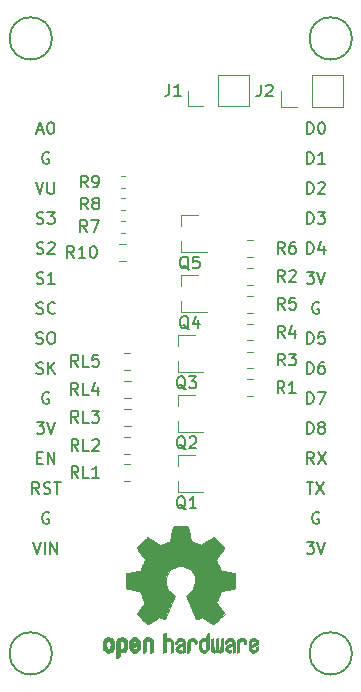
<source format=gbr>
G04 #@! TF.GenerationSoftware,KiCad,Pcbnew,(5.0.2)-1*
G04 #@! TF.CreationDate,2019-06-21T16:27:59+05:30*
G04 #@! TF.ProjectId,CapacityOfBattery,43617061-6369-4747-994f-664261747465,rev?*
G04 #@! TF.SameCoordinates,Original*
G04 #@! TF.FileFunction,Legend,Top*
G04 #@! TF.FilePolarity,Positive*
%FSLAX46Y46*%
G04 Gerber Fmt 4.6, Leading zero omitted, Abs format (unit mm)*
G04 Created by KiCad (PCBNEW (5.0.2)-1) date 06/21/19 16:27:59*
%MOMM*%
%LPD*%
G01*
G04 APERTURE LIST*
%ADD10C,0.150000*%
%ADD11C,0.120000*%
%ADD12C,0.010000*%
G04 APERTURE END LIST*
D10*
G04 #@! TO.C,*
X43336051Y-15240000D02*
G75*
G03X43336051Y-15240000I-1796051J0D01*
G01*
X17936051Y-15240000D02*
G75*
G03X17936051Y-15240000I-1796051J0D01*
G01*
X17936051Y-67310000D02*
G75*
G03X17936051Y-67310000I-1796051J0D01*
G01*
X43336051Y-67310000D02*
G75*
G03X43336051Y-67310000I-1796051J0D01*
G01*
D11*
G04 #@! TO.C,Q5*
X28870000Y-30180000D02*
X30330000Y-30180000D01*
X28870000Y-33340000D02*
X31030000Y-33340000D01*
X28870000Y-33340000D02*
X28870000Y-32410000D01*
X28870000Y-30180000D02*
X28870000Y-31110000D01*
D12*
G04 #@! TO.C,*
G36*
X29038014Y-56555998D02*
X29196006Y-56556863D01*
X29310347Y-56559205D01*
X29388407Y-56563762D01*
X29437554Y-56571270D01*
X29465159Y-56582466D01*
X29478592Y-56598088D01*
X29485221Y-56618873D01*
X29485865Y-56621563D01*
X29495935Y-56670113D01*
X29514575Y-56765905D01*
X29539845Y-56898743D01*
X29569807Y-57058431D01*
X29602522Y-57234774D01*
X29603664Y-57240967D01*
X29636433Y-57413782D01*
X29667093Y-57566469D01*
X29693664Y-57689871D01*
X29714167Y-57774831D01*
X29726626Y-57812190D01*
X29727220Y-57812852D01*
X29763919Y-57831095D01*
X29839586Y-57861497D01*
X29937878Y-57897493D01*
X29938425Y-57897685D01*
X30062233Y-57944222D01*
X30208196Y-58003504D01*
X30345781Y-58063109D01*
X30352293Y-58066056D01*
X30576390Y-58167765D01*
X31072619Y-57828897D01*
X31224846Y-57725592D01*
X31362741Y-57633237D01*
X31478315Y-57557084D01*
X31563579Y-57502385D01*
X31610544Y-57474393D01*
X31615004Y-57472317D01*
X31649134Y-57481560D01*
X31712881Y-57526156D01*
X31808731Y-57608209D01*
X31939169Y-57729821D01*
X32072328Y-57859205D01*
X32200694Y-57986702D01*
X32315581Y-58103046D01*
X32410073Y-58201052D01*
X32477253Y-58273536D01*
X32510206Y-58313313D01*
X32511432Y-58315361D01*
X32515074Y-58342656D01*
X32501350Y-58387234D01*
X32466869Y-58455112D01*
X32408239Y-58552311D01*
X32322070Y-58684851D01*
X32207200Y-58855476D01*
X32105254Y-59005655D01*
X32014123Y-59140350D01*
X31939073Y-59251740D01*
X31885369Y-59332005D01*
X31858280Y-59373325D01*
X31856574Y-59376130D01*
X31859882Y-59415721D01*
X31884953Y-59492669D01*
X31926798Y-59592432D01*
X31941712Y-59624291D01*
X32006786Y-59766226D01*
X32076212Y-59927273D01*
X32132609Y-60066621D01*
X32173247Y-60170044D01*
X32205526Y-60248642D01*
X32224178Y-60289720D01*
X32226497Y-60292885D01*
X32260803Y-60298128D01*
X32341669Y-60312494D01*
X32458343Y-60333937D01*
X32600075Y-60360413D01*
X32756110Y-60389877D01*
X32915698Y-60420283D01*
X33068085Y-60449588D01*
X33202521Y-60475745D01*
X33308252Y-60496710D01*
X33374526Y-60510439D01*
X33390782Y-60514320D01*
X33407573Y-60523900D01*
X33420249Y-60545536D01*
X33429378Y-60586531D01*
X33435531Y-60654189D01*
X33439280Y-60755812D01*
X33441192Y-60898703D01*
X33441840Y-61090165D01*
X33441874Y-61168645D01*
X33441874Y-61806906D01*
X33288598Y-61837160D01*
X33203322Y-61853564D01*
X33076070Y-61877509D01*
X32922315Y-61906107D01*
X32757534Y-61936467D01*
X32711989Y-61944806D01*
X32559932Y-61974370D01*
X32427468Y-62003442D01*
X32325714Y-62029329D01*
X32265788Y-62049337D01*
X32255805Y-62055301D01*
X32231293Y-62097534D01*
X32196148Y-62179370D01*
X32157173Y-62284683D01*
X32149442Y-62307368D01*
X32098360Y-62448018D01*
X32034954Y-62606714D01*
X31972904Y-62749225D01*
X31972598Y-62749886D01*
X31869267Y-62973440D01*
X32548961Y-63973232D01*
X32112621Y-64410300D01*
X31980649Y-64540381D01*
X31860279Y-64655048D01*
X31758273Y-64748181D01*
X31681391Y-64813658D01*
X31636393Y-64845357D01*
X31629938Y-64847368D01*
X31592040Y-64831529D01*
X31514708Y-64787496D01*
X31406389Y-64720490D01*
X31275532Y-64635734D01*
X31134052Y-64540816D01*
X30990461Y-64443998D01*
X30862435Y-64359751D01*
X30758105Y-64293258D01*
X30685600Y-64249702D01*
X30653158Y-64234264D01*
X30613576Y-64247328D01*
X30538519Y-64281750D01*
X30443468Y-64330380D01*
X30433392Y-64335785D01*
X30305391Y-64399980D01*
X30217618Y-64431463D01*
X30163028Y-64431798D01*
X30134575Y-64402548D01*
X30134410Y-64402138D01*
X30120188Y-64367498D01*
X30086269Y-64285269D01*
X30035284Y-64161814D01*
X29969862Y-64003498D01*
X29892634Y-63816686D01*
X29806229Y-63607742D01*
X29722551Y-63405446D01*
X29630588Y-63182200D01*
X29546150Y-62975392D01*
X29471769Y-62791362D01*
X29409974Y-62636451D01*
X29363297Y-62516996D01*
X29334268Y-62439339D01*
X29325322Y-62410356D01*
X29347756Y-62377110D01*
X29406439Y-62324123D01*
X29484689Y-62265704D01*
X29707534Y-62080952D01*
X29881718Y-61869182D01*
X30005154Y-61634856D01*
X30075754Y-61382434D01*
X30091431Y-61116377D01*
X30080036Y-60993575D01*
X30017950Y-60738793D01*
X29911023Y-60513801D01*
X29765889Y-60320817D01*
X29589178Y-60162061D01*
X29387522Y-60039750D01*
X29167554Y-59956105D01*
X28935906Y-59913344D01*
X28699209Y-59913687D01*
X28464095Y-59959352D01*
X28237196Y-60052559D01*
X28025144Y-60195527D01*
X27936636Y-60276383D01*
X27766889Y-60484007D01*
X27648699Y-60710895D01*
X27581278Y-60950433D01*
X27563840Y-61196007D01*
X27595598Y-61441003D01*
X27675765Y-61678808D01*
X27803555Y-61902807D01*
X27978180Y-62106387D01*
X28173312Y-62265704D01*
X28254591Y-62326602D01*
X28312009Y-62379015D01*
X28332678Y-62410406D01*
X28321856Y-62444639D01*
X28291077Y-62526419D01*
X28242874Y-62649407D01*
X28179778Y-62807263D01*
X28104322Y-62993649D01*
X28019038Y-63202226D01*
X27935219Y-63405496D01*
X27842745Y-63628933D01*
X27757089Y-63835984D01*
X27680882Y-64020286D01*
X27616753Y-64175475D01*
X27567332Y-64295188D01*
X27535248Y-64373061D01*
X27523359Y-64402138D01*
X27495274Y-64431677D01*
X27440949Y-64431591D01*
X27353395Y-64400326D01*
X27225619Y-64336329D01*
X27224608Y-64335785D01*
X27128402Y-64286121D01*
X27050631Y-64249945D01*
X27006777Y-64234408D01*
X27004842Y-64234264D01*
X26971829Y-64250024D01*
X26898946Y-64293850D01*
X26794322Y-64360557D01*
X26666090Y-64444964D01*
X26523948Y-64540816D01*
X26379233Y-64637867D01*
X26248804Y-64722270D01*
X26141110Y-64788801D01*
X26064598Y-64832238D01*
X26028062Y-64847368D01*
X25994418Y-64827482D01*
X25926776Y-64771903D01*
X25831893Y-64686754D01*
X25716530Y-64578153D01*
X25587445Y-64452221D01*
X25545229Y-64410149D01*
X25108739Y-63972931D01*
X25440977Y-63485340D01*
X25541946Y-63335605D01*
X25630562Y-63201220D01*
X25701854Y-63089969D01*
X25750850Y-63009639D01*
X25772578Y-62968014D01*
X25773215Y-62965053D01*
X25761760Y-62925818D01*
X25730949Y-62846895D01*
X25686116Y-62741509D01*
X25654647Y-62670954D01*
X25595808Y-62535876D01*
X25540396Y-62399409D01*
X25497436Y-62284103D01*
X25485766Y-62248977D01*
X25452611Y-62155174D01*
X25420201Y-62082694D01*
X25402399Y-62055301D01*
X25363114Y-62038536D01*
X25277374Y-62014770D01*
X25156303Y-61986697D01*
X25011027Y-61957009D01*
X24946012Y-61944806D01*
X24780913Y-61914468D01*
X24622552Y-61885093D01*
X24486404Y-61859569D01*
X24387943Y-61840785D01*
X24369402Y-61837160D01*
X24216127Y-61806906D01*
X24216127Y-61168645D01*
X24216471Y-60958770D01*
X24217884Y-60799980D01*
X24220936Y-60684973D01*
X24226197Y-60606446D01*
X24234237Y-60557096D01*
X24245627Y-60529619D01*
X24260937Y-60516713D01*
X24267218Y-60514320D01*
X24305104Y-60505833D01*
X24388805Y-60488900D01*
X24507567Y-60465566D01*
X24650639Y-60437875D01*
X24807268Y-60407873D01*
X24966703Y-60377604D01*
X25118191Y-60349115D01*
X25250981Y-60324449D01*
X25354319Y-60305651D01*
X25417455Y-60294767D01*
X25431503Y-60292885D01*
X25444230Y-60267704D01*
X25472400Y-60200622D01*
X25510748Y-60104333D01*
X25525391Y-60066621D01*
X25584452Y-59920921D01*
X25654000Y-59759951D01*
X25716288Y-59624291D01*
X25762121Y-59520561D01*
X25792613Y-59435326D01*
X25802792Y-59383126D01*
X25801169Y-59376130D01*
X25779657Y-59343102D01*
X25730535Y-59269643D01*
X25659077Y-59163577D01*
X25570555Y-59032726D01*
X25470241Y-58884912D01*
X25450406Y-58855734D01*
X25334012Y-58682863D01*
X25248452Y-58551226D01*
X25190316Y-58454761D01*
X25156192Y-58387408D01*
X25142669Y-58343106D01*
X25146336Y-58315794D01*
X25146430Y-58315620D01*
X25175293Y-58279746D01*
X25239133Y-58210391D01*
X25331031Y-58114745D01*
X25444067Y-57999999D01*
X25571321Y-57873341D01*
X25585672Y-57859205D01*
X25746043Y-57703903D01*
X25869805Y-57589870D01*
X25959445Y-57515002D01*
X26017448Y-57477196D01*
X26042996Y-57472317D01*
X26080282Y-57493603D01*
X26157657Y-57542773D01*
X26267133Y-57614575D01*
X26400720Y-57703755D01*
X26550430Y-57805063D01*
X26585382Y-57828897D01*
X27081610Y-58167765D01*
X27305707Y-58066056D01*
X27441989Y-58006783D01*
X27588276Y-57947170D01*
X27714035Y-57899640D01*
X27719575Y-57897685D01*
X27817943Y-57861677D01*
X27893771Y-57831229D01*
X27930718Y-57812905D01*
X27930780Y-57812852D01*
X27942504Y-57779729D01*
X27962432Y-57698267D01*
X27988587Y-57577625D01*
X28018990Y-57426959D01*
X28051663Y-57255428D01*
X28054336Y-57240967D01*
X28087110Y-57064235D01*
X28117198Y-56903810D01*
X28142661Y-56769888D01*
X28161559Y-56672663D01*
X28171953Y-56622332D01*
X28172135Y-56621563D01*
X28178461Y-56600153D01*
X28190761Y-56583988D01*
X28216406Y-56572331D01*
X28262765Y-56564445D01*
X28337208Y-56559593D01*
X28447105Y-56557039D01*
X28599825Y-56556045D01*
X28802738Y-56555874D01*
X28829000Y-56555874D01*
X29038014Y-56555998D01*
X29038014Y-56555998D01*
G37*
X29038014Y-56555998D02*
X29196006Y-56556863D01*
X29310347Y-56559205D01*
X29388407Y-56563762D01*
X29437554Y-56571270D01*
X29465159Y-56582466D01*
X29478592Y-56598088D01*
X29485221Y-56618873D01*
X29485865Y-56621563D01*
X29495935Y-56670113D01*
X29514575Y-56765905D01*
X29539845Y-56898743D01*
X29569807Y-57058431D01*
X29602522Y-57234774D01*
X29603664Y-57240967D01*
X29636433Y-57413782D01*
X29667093Y-57566469D01*
X29693664Y-57689871D01*
X29714167Y-57774831D01*
X29726626Y-57812190D01*
X29727220Y-57812852D01*
X29763919Y-57831095D01*
X29839586Y-57861497D01*
X29937878Y-57897493D01*
X29938425Y-57897685D01*
X30062233Y-57944222D01*
X30208196Y-58003504D01*
X30345781Y-58063109D01*
X30352293Y-58066056D01*
X30576390Y-58167765D01*
X31072619Y-57828897D01*
X31224846Y-57725592D01*
X31362741Y-57633237D01*
X31478315Y-57557084D01*
X31563579Y-57502385D01*
X31610544Y-57474393D01*
X31615004Y-57472317D01*
X31649134Y-57481560D01*
X31712881Y-57526156D01*
X31808731Y-57608209D01*
X31939169Y-57729821D01*
X32072328Y-57859205D01*
X32200694Y-57986702D01*
X32315581Y-58103046D01*
X32410073Y-58201052D01*
X32477253Y-58273536D01*
X32510206Y-58313313D01*
X32511432Y-58315361D01*
X32515074Y-58342656D01*
X32501350Y-58387234D01*
X32466869Y-58455112D01*
X32408239Y-58552311D01*
X32322070Y-58684851D01*
X32207200Y-58855476D01*
X32105254Y-59005655D01*
X32014123Y-59140350D01*
X31939073Y-59251740D01*
X31885369Y-59332005D01*
X31858280Y-59373325D01*
X31856574Y-59376130D01*
X31859882Y-59415721D01*
X31884953Y-59492669D01*
X31926798Y-59592432D01*
X31941712Y-59624291D01*
X32006786Y-59766226D01*
X32076212Y-59927273D01*
X32132609Y-60066621D01*
X32173247Y-60170044D01*
X32205526Y-60248642D01*
X32224178Y-60289720D01*
X32226497Y-60292885D01*
X32260803Y-60298128D01*
X32341669Y-60312494D01*
X32458343Y-60333937D01*
X32600075Y-60360413D01*
X32756110Y-60389877D01*
X32915698Y-60420283D01*
X33068085Y-60449588D01*
X33202521Y-60475745D01*
X33308252Y-60496710D01*
X33374526Y-60510439D01*
X33390782Y-60514320D01*
X33407573Y-60523900D01*
X33420249Y-60545536D01*
X33429378Y-60586531D01*
X33435531Y-60654189D01*
X33439280Y-60755812D01*
X33441192Y-60898703D01*
X33441840Y-61090165D01*
X33441874Y-61168645D01*
X33441874Y-61806906D01*
X33288598Y-61837160D01*
X33203322Y-61853564D01*
X33076070Y-61877509D01*
X32922315Y-61906107D01*
X32757534Y-61936467D01*
X32711989Y-61944806D01*
X32559932Y-61974370D01*
X32427468Y-62003442D01*
X32325714Y-62029329D01*
X32265788Y-62049337D01*
X32255805Y-62055301D01*
X32231293Y-62097534D01*
X32196148Y-62179370D01*
X32157173Y-62284683D01*
X32149442Y-62307368D01*
X32098360Y-62448018D01*
X32034954Y-62606714D01*
X31972904Y-62749225D01*
X31972598Y-62749886D01*
X31869267Y-62973440D01*
X32548961Y-63973232D01*
X32112621Y-64410300D01*
X31980649Y-64540381D01*
X31860279Y-64655048D01*
X31758273Y-64748181D01*
X31681391Y-64813658D01*
X31636393Y-64845357D01*
X31629938Y-64847368D01*
X31592040Y-64831529D01*
X31514708Y-64787496D01*
X31406389Y-64720490D01*
X31275532Y-64635734D01*
X31134052Y-64540816D01*
X30990461Y-64443998D01*
X30862435Y-64359751D01*
X30758105Y-64293258D01*
X30685600Y-64249702D01*
X30653158Y-64234264D01*
X30613576Y-64247328D01*
X30538519Y-64281750D01*
X30443468Y-64330380D01*
X30433392Y-64335785D01*
X30305391Y-64399980D01*
X30217618Y-64431463D01*
X30163028Y-64431798D01*
X30134575Y-64402548D01*
X30134410Y-64402138D01*
X30120188Y-64367498D01*
X30086269Y-64285269D01*
X30035284Y-64161814D01*
X29969862Y-64003498D01*
X29892634Y-63816686D01*
X29806229Y-63607742D01*
X29722551Y-63405446D01*
X29630588Y-63182200D01*
X29546150Y-62975392D01*
X29471769Y-62791362D01*
X29409974Y-62636451D01*
X29363297Y-62516996D01*
X29334268Y-62439339D01*
X29325322Y-62410356D01*
X29347756Y-62377110D01*
X29406439Y-62324123D01*
X29484689Y-62265704D01*
X29707534Y-62080952D01*
X29881718Y-61869182D01*
X30005154Y-61634856D01*
X30075754Y-61382434D01*
X30091431Y-61116377D01*
X30080036Y-60993575D01*
X30017950Y-60738793D01*
X29911023Y-60513801D01*
X29765889Y-60320817D01*
X29589178Y-60162061D01*
X29387522Y-60039750D01*
X29167554Y-59956105D01*
X28935906Y-59913344D01*
X28699209Y-59913687D01*
X28464095Y-59959352D01*
X28237196Y-60052559D01*
X28025144Y-60195527D01*
X27936636Y-60276383D01*
X27766889Y-60484007D01*
X27648699Y-60710895D01*
X27581278Y-60950433D01*
X27563840Y-61196007D01*
X27595598Y-61441003D01*
X27675765Y-61678808D01*
X27803555Y-61902807D01*
X27978180Y-62106387D01*
X28173312Y-62265704D01*
X28254591Y-62326602D01*
X28312009Y-62379015D01*
X28332678Y-62410406D01*
X28321856Y-62444639D01*
X28291077Y-62526419D01*
X28242874Y-62649407D01*
X28179778Y-62807263D01*
X28104322Y-62993649D01*
X28019038Y-63202226D01*
X27935219Y-63405496D01*
X27842745Y-63628933D01*
X27757089Y-63835984D01*
X27680882Y-64020286D01*
X27616753Y-64175475D01*
X27567332Y-64295188D01*
X27535248Y-64373061D01*
X27523359Y-64402138D01*
X27495274Y-64431677D01*
X27440949Y-64431591D01*
X27353395Y-64400326D01*
X27225619Y-64336329D01*
X27224608Y-64335785D01*
X27128402Y-64286121D01*
X27050631Y-64249945D01*
X27006777Y-64234408D01*
X27004842Y-64234264D01*
X26971829Y-64250024D01*
X26898946Y-64293850D01*
X26794322Y-64360557D01*
X26666090Y-64444964D01*
X26523948Y-64540816D01*
X26379233Y-64637867D01*
X26248804Y-64722270D01*
X26141110Y-64788801D01*
X26064598Y-64832238D01*
X26028062Y-64847368D01*
X25994418Y-64827482D01*
X25926776Y-64771903D01*
X25831893Y-64686754D01*
X25716530Y-64578153D01*
X25587445Y-64452221D01*
X25545229Y-64410149D01*
X25108739Y-63972931D01*
X25440977Y-63485340D01*
X25541946Y-63335605D01*
X25630562Y-63201220D01*
X25701854Y-63089969D01*
X25750850Y-63009639D01*
X25772578Y-62968014D01*
X25773215Y-62965053D01*
X25761760Y-62925818D01*
X25730949Y-62846895D01*
X25686116Y-62741509D01*
X25654647Y-62670954D01*
X25595808Y-62535876D01*
X25540396Y-62399409D01*
X25497436Y-62284103D01*
X25485766Y-62248977D01*
X25452611Y-62155174D01*
X25420201Y-62082694D01*
X25402399Y-62055301D01*
X25363114Y-62038536D01*
X25277374Y-62014770D01*
X25156303Y-61986697D01*
X25011027Y-61957009D01*
X24946012Y-61944806D01*
X24780913Y-61914468D01*
X24622552Y-61885093D01*
X24486404Y-61859569D01*
X24387943Y-61840785D01*
X24369402Y-61837160D01*
X24216127Y-61806906D01*
X24216127Y-61168645D01*
X24216471Y-60958770D01*
X24217884Y-60799980D01*
X24220936Y-60684973D01*
X24226197Y-60606446D01*
X24234237Y-60557096D01*
X24245627Y-60529619D01*
X24260937Y-60516713D01*
X24267218Y-60514320D01*
X24305104Y-60505833D01*
X24388805Y-60488900D01*
X24507567Y-60465566D01*
X24650639Y-60437875D01*
X24807268Y-60407873D01*
X24966703Y-60377604D01*
X25118191Y-60349115D01*
X25250981Y-60324449D01*
X25354319Y-60305651D01*
X25417455Y-60294767D01*
X25431503Y-60292885D01*
X25444230Y-60267704D01*
X25472400Y-60200622D01*
X25510748Y-60104333D01*
X25525391Y-60066621D01*
X25584452Y-59920921D01*
X25654000Y-59759951D01*
X25716288Y-59624291D01*
X25762121Y-59520561D01*
X25792613Y-59435326D01*
X25802792Y-59383126D01*
X25801169Y-59376130D01*
X25779657Y-59343102D01*
X25730535Y-59269643D01*
X25659077Y-59163577D01*
X25570555Y-59032726D01*
X25470241Y-58884912D01*
X25450406Y-58855734D01*
X25334012Y-58682863D01*
X25248452Y-58551226D01*
X25190316Y-58454761D01*
X25156192Y-58387408D01*
X25142669Y-58343106D01*
X25146336Y-58315794D01*
X25146430Y-58315620D01*
X25175293Y-58279746D01*
X25239133Y-58210391D01*
X25331031Y-58114745D01*
X25444067Y-57999999D01*
X25571321Y-57873341D01*
X25585672Y-57859205D01*
X25746043Y-57703903D01*
X25869805Y-57589870D01*
X25959445Y-57515002D01*
X26017448Y-57477196D01*
X26042996Y-57472317D01*
X26080282Y-57493603D01*
X26157657Y-57542773D01*
X26267133Y-57614575D01*
X26400720Y-57703755D01*
X26550430Y-57805063D01*
X26585382Y-57828897D01*
X27081610Y-58167765D01*
X27305707Y-58066056D01*
X27441989Y-58006783D01*
X27588276Y-57947170D01*
X27714035Y-57899640D01*
X27719575Y-57897685D01*
X27817943Y-57861677D01*
X27893771Y-57831229D01*
X27930718Y-57812905D01*
X27930780Y-57812852D01*
X27942504Y-57779729D01*
X27962432Y-57698267D01*
X27988587Y-57577625D01*
X28018990Y-57426959D01*
X28051663Y-57255428D01*
X28054336Y-57240967D01*
X28087110Y-57064235D01*
X28117198Y-56903810D01*
X28142661Y-56769888D01*
X28161559Y-56672663D01*
X28171953Y-56622332D01*
X28172135Y-56621563D01*
X28178461Y-56600153D01*
X28190761Y-56583988D01*
X28216406Y-56572331D01*
X28262765Y-56564445D01*
X28337208Y-56559593D01*
X28447105Y-56557039D01*
X28599825Y-56556045D01*
X28802738Y-56555874D01*
X28829000Y-56555874D01*
X29038014Y-56555998D01*
G36*
X35172439Y-66059540D02*
X35287950Y-66135034D01*
X35343664Y-66202617D01*
X35387804Y-66325255D01*
X35391309Y-66422298D01*
X35383368Y-66552056D01*
X35084115Y-66683039D01*
X34938611Y-66749958D01*
X34843537Y-66803790D01*
X34794101Y-66850416D01*
X34785511Y-66895720D01*
X34812972Y-66945582D01*
X34843253Y-66978632D01*
X34931363Y-67031633D01*
X35027196Y-67035347D01*
X35115212Y-66994041D01*
X35179869Y-66911983D01*
X35191433Y-66883008D01*
X35246825Y-66792509D01*
X35310553Y-66753940D01*
X35397966Y-66720946D01*
X35397966Y-66846034D01*
X35390238Y-66931156D01*
X35359966Y-67002938D01*
X35296518Y-67085356D01*
X35287088Y-67096066D01*
X35216513Y-67169391D01*
X35155847Y-67208742D01*
X35079950Y-67226845D01*
X35017030Y-67232774D01*
X34904487Y-67234251D01*
X34824370Y-67215535D01*
X34774390Y-67187747D01*
X34695838Y-67126641D01*
X34641463Y-67060554D01*
X34607052Y-66977441D01*
X34588388Y-66865254D01*
X34581256Y-66711946D01*
X34580687Y-66634136D01*
X34582622Y-66540853D01*
X34758899Y-66540853D01*
X34760944Y-66590896D01*
X34766039Y-66599092D01*
X34799666Y-66587958D01*
X34872030Y-66558493D01*
X34968747Y-66516601D01*
X34988973Y-66507597D01*
X35111203Y-66445442D01*
X35178547Y-66390815D01*
X35193348Y-66339649D01*
X35157947Y-66287876D01*
X35128711Y-66265000D01*
X35023216Y-66219250D01*
X34924476Y-66226808D01*
X34841812Y-66282651D01*
X34784548Y-66381753D01*
X34766188Y-66460414D01*
X34758899Y-66540853D01*
X34582622Y-66540853D01*
X34584459Y-66452351D01*
X34598359Y-66317853D01*
X34625894Y-66219916D01*
X34670572Y-66147811D01*
X34735901Y-66090813D01*
X34764383Y-66072393D01*
X34893763Y-66024422D01*
X35035412Y-66021403D01*
X35172439Y-66059540D01*
X35172439Y-66059540D01*
G37*
X35172439Y-66059540D02*
X35287950Y-66135034D01*
X35343664Y-66202617D01*
X35387804Y-66325255D01*
X35391309Y-66422298D01*
X35383368Y-66552056D01*
X35084115Y-66683039D01*
X34938611Y-66749958D01*
X34843537Y-66803790D01*
X34794101Y-66850416D01*
X34785511Y-66895720D01*
X34812972Y-66945582D01*
X34843253Y-66978632D01*
X34931363Y-67031633D01*
X35027196Y-67035347D01*
X35115212Y-66994041D01*
X35179869Y-66911983D01*
X35191433Y-66883008D01*
X35246825Y-66792509D01*
X35310553Y-66753940D01*
X35397966Y-66720946D01*
X35397966Y-66846034D01*
X35390238Y-66931156D01*
X35359966Y-67002938D01*
X35296518Y-67085356D01*
X35287088Y-67096066D01*
X35216513Y-67169391D01*
X35155847Y-67208742D01*
X35079950Y-67226845D01*
X35017030Y-67232774D01*
X34904487Y-67234251D01*
X34824370Y-67215535D01*
X34774390Y-67187747D01*
X34695838Y-67126641D01*
X34641463Y-67060554D01*
X34607052Y-66977441D01*
X34588388Y-66865254D01*
X34581256Y-66711946D01*
X34580687Y-66634136D01*
X34582622Y-66540853D01*
X34758899Y-66540853D01*
X34760944Y-66590896D01*
X34766039Y-66599092D01*
X34799666Y-66587958D01*
X34872030Y-66558493D01*
X34968747Y-66516601D01*
X34988973Y-66507597D01*
X35111203Y-66445442D01*
X35178547Y-66390815D01*
X35193348Y-66339649D01*
X35157947Y-66287876D01*
X35128711Y-66265000D01*
X35023216Y-66219250D01*
X34924476Y-66226808D01*
X34841812Y-66282651D01*
X34784548Y-66381753D01*
X34766188Y-66460414D01*
X34758899Y-66540853D01*
X34582622Y-66540853D01*
X34584459Y-66452351D01*
X34598359Y-66317853D01*
X34625894Y-66219916D01*
X34670572Y-66147811D01*
X34735901Y-66090813D01*
X34764383Y-66072393D01*
X34893763Y-66024422D01*
X35035412Y-66021403D01*
X35172439Y-66059540D01*
G36*
X34164690Y-66043018D02*
X34199585Y-66058269D01*
X34282877Y-66124235D01*
X34354103Y-66219618D01*
X34398153Y-66321406D01*
X34405322Y-66371587D01*
X34381285Y-66441647D01*
X34328561Y-66478717D01*
X34272031Y-66501164D01*
X34246146Y-66505300D01*
X34233542Y-66475283D01*
X34208654Y-66409961D01*
X34197735Y-66380445D01*
X34136508Y-66278348D01*
X34047861Y-66227423D01*
X33934193Y-66228989D01*
X33925774Y-66230994D01*
X33865088Y-66259767D01*
X33820474Y-66315859D01*
X33790002Y-66406163D01*
X33771744Y-66537571D01*
X33763771Y-66716974D01*
X33763023Y-66812433D01*
X33762652Y-66962913D01*
X33760223Y-67065495D01*
X33753760Y-67130672D01*
X33741288Y-67168938D01*
X33720833Y-67190785D01*
X33690419Y-67206707D01*
X33688661Y-67207509D01*
X33630091Y-67232272D01*
X33601075Y-67241391D01*
X33596616Y-67213822D01*
X33592799Y-67137620D01*
X33589899Y-67022541D01*
X33588191Y-66878341D01*
X33587851Y-66772814D01*
X33589588Y-66568613D01*
X33596382Y-66413697D01*
X33610607Y-66299024D01*
X33634638Y-66215551D01*
X33670848Y-66154236D01*
X33721612Y-66106034D01*
X33771739Y-66072393D01*
X33892275Y-66027619D01*
X34032557Y-66017521D01*
X34164690Y-66043018D01*
X34164690Y-66043018D01*
G37*
X34164690Y-66043018D02*
X34199585Y-66058269D01*
X34282877Y-66124235D01*
X34354103Y-66219618D01*
X34398153Y-66321406D01*
X34405322Y-66371587D01*
X34381285Y-66441647D01*
X34328561Y-66478717D01*
X34272031Y-66501164D01*
X34246146Y-66505300D01*
X34233542Y-66475283D01*
X34208654Y-66409961D01*
X34197735Y-66380445D01*
X34136508Y-66278348D01*
X34047861Y-66227423D01*
X33934193Y-66228989D01*
X33925774Y-66230994D01*
X33865088Y-66259767D01*
X33820474Y-66315859D01*
X33790002Y-66406163D01*
X33771744Y-66537571D01*
X33763771Y-66716974D01*
X33763023Y-66812433D01*
X33762652Y-66962913D01*
X33760223Y-67065495D01*
X33753760Y-67130672D01*
X33741288Y-67168938D01*
X33720833Y-67190785D01*
X33690419Y-67206707D01*
X33688661Y-67207509D01*
X33630091Y-67232272D01*
X33601075Y-67241391D01*
X33596616Y-67213822D01*
X33592799Y-67137620D01*
X33589899Y-67022541D01*
X33588191Y-66878341D01*
X33587851Y-66772814D01*
X33589588Y-66568613D01*
X33596382Y-66413697D01*
X33610607Y-66299024D01*
X33634638Y-66215551D01*
X33670848Y-66154236D01*
X33721612Y-66106034D01*
X33771739Y-66072393D01*
X33892275Y-66027619D01*
X34032557Y-66017521D01*
X34164690Y-66043018D01*
G36*
X33143406Y-66038156D02*
X33227469Y-66076393D01*
X33293450Y-66122726D01*
X33341794Y-66174532D01*
X33375172Y-66241363D01*
X33396253Y-66332769D01*
X33407707Y-66458301D01*
X33412203Y-66627508D01*
X33412678Y-66738933D01*
X33412678Y-67173627D01*
X33338316Y-67207509D01*
X33279746Y-67232272D01*
X33250730Y-67241391D01*
X33245179Y-67214257D01*
X33240775Y-67141094D01*
X33238078Y-67034263D01*
X33237506Y-66949437D01*
X33235046Y-66826887D01*
X33228412Y-66729668D01*
X33218726Y-66670134D01*
X33211032Y-66657483D01*
X33159311Y-66670402D01*
X33078117Y-66703539D01*
X32984102Y-66748461D01*
X32893917Y-66796735D01*
X32824215Y-66839928D01*
X32791648Y-66869608D01*
X32791519Y-66869929D01*
X32794320Y-66924857D01*
X32819439Y-66977292D01*
X32863541Y-67019881D01*
X32927909Y-67034126D01*
X32982921Y-67032466D01*
X33060835Y-67031245D01*
X33101732Y-67049498D01*
X33126295Y-67097726D01*
X33129392Y-67106820D01*
X33140040Y-67175598D01*
X33111565Y-67217360D01*
X33037344Y-67237263D01*
X32957168Y-67240944D01*
X32812890Y-67213658D01*
X32738203Y-67174690D01*
X32645963Y-67083148D01*
X32597043Y-66970782D01*
X32592654Y-66852051D01*
X32634001Y-66741411D01*
X32696197Y-66672080D01*
X32758294Y-66633265D01*
X32855895Y-66584125D01*
X32969632Y-66534292D01*
X32988590Y-66526677D01*
X33113521Y-66471545D01*
X33185539Y-66422954D01*
X33208700Y-66374647D01*
X33187064Y-66320370D01*
X33149920Y-66277943D01*
X33062127Y-66225702D01*
X32965530Y-66221784D01*
X32876944Y-66262041D01*
X32813186Y-66342326D01*
X32804817Y-66363040D01*
X32756096Y-66439225D01*
X32684965Y-66495785D01*
X32595207Y-66542201D01*
X32595207Y-66410584D01*
X32600490Y-66330168D01*
X32623142Y-66266786D01*
X32673367Y-66199163D01*
X32721582Y-66147076D01*
X32796554Y-66073322D01*
X32854806Y-66033702D01*
X32917372Y-66017810D01*
X32988193Y-66015184D01*
X33143406Y-66038156D01*
X33143406Y-66038156D01*
G37*
X33143406Y-66038156D02*
X33227469Y-66076393D01*
X33293450Y-66122726D01*
X33341794Y-66174532D01*
X33375172Y-66241363D01*
X33396253Y-66332769D01*
X33407707Y-66458301D01*
X33412203Y-66627508D01*
X33412678Y-66738933D01*
X33412678Y-67173627D01*
X33338316Y-67207509D01*
X33279746Y-67232272D01*
X33250730Y-67241391D01*
X33245179Y-67214257D01*
X33240775Y-67141094D01*
X33238078Y-67034263D01*
X33237506Y-66949437D01*
X33235046Y-66826887D01*
X33228412Y-66729668D01*
X33218726Y-66670134D01*
X33211032Y-66657483D01*
X33159311Y-66670402D01*
X33078117Y-66703539D01*
X32984102Y-66748461D01*
X32893917Y-66796735D01*
X32824215Y-66839928D01*
X32791648Y-66869608D01*
X32791519Y-66869929D01*
X32794320Y-66924857D01*
X32819439Y-66977292D01*
X32863541Y-67019881D01*
X32927909Y-67034126D01*
X32982921Y-67032466D01*
X33060835Y-67031245D01*
X33101732Y-67049498D01*
X33126295Y-67097726D01*
X33129392Y-67106820D01*
X33140040Y-67175598D01*
X33111565Y-67217360D01*
X33037344Y-67237263D01*
X32957168Y-67240944D01*
X32812890Y-67213658D01*
X32738203Y-67174690D01*
X32645963Y-67083148D01*
X32597043Y-66970782D01*
X32592654Y-66852051D01*
X32634001Y-66741411D01*
X32696197Y-66672080D01*
X32758294Y-66633265D01*
X32855895Y-66584125D01*
X32969632Y-66534292D01*
X32988590Y-66526677D01*
X33113521Y-66471545D01*
X33185539Y-66422954D01*
X33208700Y-66374647D01*
X33187064Y-66320370D01*
X33149920Y-66277943D01*
X33062127Y-66225702D01*
X32965530Y-66221784D01*
X32876944Y-66262041D01*
X32813186Y-66342326D01*
X32804817Y-66363040D01*
X32756096Y-66439225D01*
X32684965Y-66495785D01*
X32595207Y-66542201D01*
X32595207Y-66410584D01*
X32600490Y-66330168D01*
X32623142Y-66266786D01*
X32673367Y-66199163D01*
X32721582Y-66147076D01*
X32796554Y-66073322D01*
X32854806Y-66033702D01*
X32917372Y-66017810D01*
X32988193Y-66015184D01*
X33143406Y-66038156D01*
G36*
X32409124Y-66042840D02*
X32413579Y-66119653D01*
X32417071Y-66236391D01*
X32419315Y-66383821D01*
X32420035Y-66538455D01*
X32420035Y-67061727D01*
X32327645Y-67154117D01*
X32263978Y-67211047D01*
X32208089Y-67234107D01*
X32131702Y-67232647D01*
X32101380Y-67228934D01*
X32006610Y-67218126D01*
X31928222Y-67211933D01*
X31909115Y-67211361D01*
X31844699Y-67215102D01*
X31752571Y-67224494D01*
X31716850Y-67228934D01*
X31629114Y-67235801D01*
X31570153Y-67220885D01*
X31511690Y-67174835D01*
X31490585Y-67154117D01*
X31398195Y-67061727D01*
X31398195Y-66082947D01*
X31472558Y-66049066D01*
X31536590Y-66023970D01*
X31574052Y-66015184D01*
X31583657Y-66042950D01*
X31592635Y-66120530D01*
X31600386Y-66239348D01*
X31606314Y-66390828D01*
X31609173Y-66518805D01*
X31617161Y-67022425D01*
X31686848Y-67032278D01*
X31750229Y-67025389D01*
X31781286Y-67003083D01*
X31789967Y-66961379D01*
X31797378Y-66872544D01*
X31802931Y-66747834D01*
X31806036Y-66598507D01*
X31806484Y-66521661D01*
X31806931Y-66079287D01*
X31898874Y-66047235D01*
X31963949Y-66025443D01*
X31999347Y-66015281D01*
X32000368Y-66015184D01*
X32003920Y-66042809D01*
X32007823Y-66119411D01*
X32011751Y-66235579D01*
X32015376Y-66381904D01*
X32017908Y-66518805D01*
X32025897Y-67022425D01*
X32201069Y-67022425D01*
X32209107Y-66562965D01*
X32217146Y-66103505D01*
X32302543Y-66059344D01*
X32365593Y-66029019D01*
X32402910Y-66015258D01*
X32403987Y-66015184D01*
X32409124Y-66042840D01*
X32409124Y-66042840D01*
G37*
X32409124Y-66042840D02*
X32413579Y-66119653D01*
X32417071Y-66236391D01*
X32419315Y-66383821D01*
X32420035Y-66538455D01*
X32420035Y-67061727D01*
X32327645Y-67154117D01*
X32263978Y-67211047D01*
X32208089Y-67234107D01*
X32131702Y-67232647D01*
X32101380Y-67228934D01*
X32006610Y-67218126D01*
X31928222Y-67211933D01*
X31909115Y-67211361D01*
X31844699Y-67215102D01*
X31752571Y-67224494D01*
X31716850Y-67228934D01*
X31629114Y-67235801D01*
X31570153Y-67220885D01*
X31511690Y-67174835D01*
X31490585Y-67154117D01*
X31398195Y-67061727D01*
X31398195Y-66082947D01*
X31472558Y-66049066D01*
X31536590Y-66023970D01*
X31574052Y-66015184D01*
X31583657Y-66042950D01*
X31592635Y-66120530D01*
X31600386Y-66239348D01*
X31606314Y-66390828D01*
X31609173Y-66518805D01*
X31617161Y-67022425D01*
X31686848Y-67032278D01*
X31750229Y-67025389D01*
X31781286Y-67003083D01*
X31789967Y-66961379D01*
X31797378Y-66872544D01*
X31802931Y-66747834D01*
X31806036Y-66598507D01*
X31806484Y-66521661D01*
X31806931Y-66079287D01*
X31898874Y-66047235D01*
X31963949Y-66025443D01*
X31999347Y-66015281D01*
X32000368Y-66015184D01*
X32003920Y-66042809D01*
X32007823Y-66119411D01*
X32011751Y-66235579D01*
X32015376Y-66381904D01*
X32017908Y-66518805D01*
X32025897Y-67022425D01*
X32201069Y-67022425D01*
X32209107Y-66562965D01*
X32217146Y-66103505D01*
X32302543Y-66059344D01*
X32365593Y-66029019D01*
X32402910Y-66015258D01*
X32403987Y-66015184D01*
X32409124Y-66042840D01*
G36*
X31222914Y-66257455D02*
X31222543Y-66475661D01*
X31221108Y-66643519D01*
X31218002Y-66769070D01*
X31212622Y-66860355D01*
X31204362Y-66925415D01*
X31192616Y-66972291D01*
X31176781Y-67009024D01*
X31164790Y-67029991D01*
X31065490Y-67143694D01*
X30939588Y-67214965D01*
X30800291Y-67240538D01*
X30660805Y-67217150D01*
X30577743Y-67175119D01*
X30490545Y-67102411D01*
X30431117Y-67013612D01*
X30395261Y-66897320D01*
X30378781Y-66742135D01*
X30376447Y-66628287D01*
X30376761Y-66620106D01*
X30580724Y-66620106D01*
X30581970Y-66750657D01*
X30587678Y-66837080D01*
X30600804Y-66893618D01*
X30624306Y-66934514D01*
X30652386Y-66965362D01*
X30746688Y-67024905D01*
X30847940Y-67029992D01*
X30943636Y-66980279D01*
X30951084Y-66973543D01*
X30982874Y-66938502D01*
X31002808Y-66896811D01*
X31013600Y-66834762D01*
X31017965Y-66738644D01*
X31018655Y-66632379D01*
X31017159Y-66498880D01*
X31010964Y-66409822D01*
X30997514Y-66351293D01*
X30974251Y-66309382D01*
X30955175Y-66287123D01*
X30866563Y-66230985D01*
X30764508Y-66224235D01*
X30667095Y-66267114D01*
X30648296Y-66283032D01*
X30616293Y-66318382D01*
X30596318Y-66360502D01*
X30585593Y-66423251D01*
X30581339Y-66520487D01*
X30580724Y-66620106D01*
X30376761Y-66620106D01*
X30383504Y-66444947D01*
X30407472Y-66307195D01*
X30452548Y-66203632D01*
X30522928Y-66122856D01*
X30577743Y-66081455D01*
X30677376Y-66036728D01*
X30792855Y-66015967D01*
X30900199Y-66021525D01*
X30960264Y-66043943D01*
X30983835Y-66050323D01*
X30999477Y-66026535D01*
X31010395Y-65962788D01*
X31018655Y-65865687D01*
X31027699Y-65757541D01*
X31040261Y-65692475D01*
X31063119Y-65655268D01*
X31103051Y-65630699D01*
X31128138Y-65619819D01*
X31223023Y-65580072D01*
X31222914Y-66257455D01*
X31222914Y-66257455D01*
G37*
X31222914Y-66257455D02*
X31222543Y-66475661D01*
X31221108Y-66643519D01*
X31218002Y-66769070D01*
X31212622Y-66860355D01*
X31204362Y-66925415D01*
X31192616Y-66972291D01*
X31176781Y-67009024D01*
X31164790Y-67029991D01*
X31065490Y-67143694D01*
X30939588Y-67214965D01*
X30800291Y-67240538D01*
X30660805Y-67217150D01*
X30577743Y-67175119D01*
X30490545Y-67102411D01*
X30431117Y-67013612D01*
X30395261Y-66897320D01*
X30378781Y-66742135D01*
X30376447Y-66628287D01*
X30376761Y-66620106D01*
X30580724Y-66620106D01*
X30581970Y-66750657D01*
X30587678Y-66837080D01*
X30600804Y-66893618D01*
X30624306Y-66934514D01*
X30652386Y-66965362D01*
X30746688Y-67024905D01*
X30847940Y-67029992D01*
X30943636Y-66980279D01*
X30951084Y-66973543D01*
X30982874Y-66938502D01*
X31002808Y-66896811D01*
X31013600Y-66834762D01*
X31017965Y-66738644D01*
X31018655Y-66632379D01*
X31017159Y-66498880D01*
X31010964Y-66409822D01*
X30997514Y-66351293D01*
X30974251Y-66309382D01*
X30955175Y-66287123D01*
X30866563Y-66230985D01*
X30764508Y-66224235D01*
X30667095Y-66267114D01*
X30648296Y-66283032D01*
X30616293Y-66318382D01*
X30596318Y-66360502D01*
X30585593Y-66423251D01*
X30581339Y-66520487D01*
X30580724Y-66620106D01*
X30376761Y-66620106D01*
X30383504Y-66444947D01*
X30407472Y-66307195D01*
X30452548Y-66203632D01*
X30522928Y-66122856D01*
X30577743Y-66081455D01*
X30677376Y-66036728D01*
X30792855Y-66015967D01*
X30900199Y-66021525D01*
X30960264Y-66043943D01*
X30983835Y-66050323D01*
X30999477Y-66026535D01*
X31010395Y-65962788D01*
X31018655Y-65865687D01*
X31027699Y-65757541D01*
X31040261Y-65692475D01*
X31063119Y-65655268D01*
X31103051Y-65630699D01*
X31128138Y-65619819D01*
X31223023Y-65580072D01*
X31222914Y-66257455D01*
G36*
X29894943Y-66024920D02*
X30027565Y-66073859D01*
X30135010Y-66160419D01*
X30177032Y-66221352D01*
X30222843Y-66333161D01*
X30221891Y-66414006D01*
X30173808Y-66468378D01*
X30156017Y-66477624D01*
X30079204Y-66506450D01*
X30039976Y-66499065D01*
X30026689Y-66450658D01*
X30026012Y-66423920D01*
X30001686Y-66325548D01*
X29938281Y-66256734D01*
X29850154Y-66223498D01*
X29751663Y-66231861D01*
X29671602Y-66275296D01*
X29644561Y-66300072D01*
X29625394Y-66330129D01*
X29612446Y-66375565D01*
X29604064Y-66446476D01*
X29598593Y-66552960D01*
X29594378Y-66705112D01*
X29593287Y-66753287D01*
X29589307Y-66918095D01*
X29584781Y-67034088D01*
X29577995Y-67110833D01*
X29567231Y-67157893D01*
X29550773Y-67184835D01*
X29526906Y-67201223D01*
X29511626Y-67208463D01*
X29446733Y-67233220D01*
X29408534Y-67241391D01*
X29395912Y-67214103D01*
X29388208Y-67131603D01*
X29385380Y-66992941D01*
X29387386Y-66797162D01*
X29388011Y-66766965D01*
X29392421Y-66588349D01*
X29397635Y-66457923D01*
X29405055Y-66365492D01*
X29416082Y-66300858D01*
X29432117Y-66253825D01*
X29454561Y-66214196D01*
X29466302Y-66197215D01*
X29533619Y-66122080D01*
X29608910Y-66063638D01*
X29618128Y-66058536D01*
X29753133Y-66018260D01*
X29894943Y-66024920D01*
X29894943Y-66024920D01*
G37*
X29894943Y-66024920D02*
X30027565Y-66073859D01*
X30135010Y-66160419D01*
X30177032Y-66221352D01*
X30222843Y-66333161D01*
X30221891Y-66414006D01*
X30173808Y-66468378D01*
X30156017Y-66477624D01*
X30079204Y-66506450D01*
X30039976Y-66499065D01*
X30026689Y-66450658D01*
X30026012Y-66423920D01*
X30001686Y-66325548D01*
X29938281Y-66256734D01*
X29850154Y-66223498D01*
X29751663Y-66231861D01*
X29671602Y-66275296D01*
X29644561Y-66300072D01*
X29625394Y-66330129D01*
X29612446Y-66375565D01*
X29604064Y-66446476D01*
X29598593Y-66552960D01*
X29594378Y-66705112D01*
X29593287Y-66753287D01*
X29589307Y-66918095D01*
X29584781Y-67034088D01*
X29577995Y-67110833D01*
X29567231Y-67157893D01*
X29550773Y-67184835D01*
X29526906Y-67201223D01*
X29511626Y-67208463D01*
X29446733Y-67233220D01*
X29408534Y-67241391D01*
X29395912Y-67214103D01*
X29388208Y-67131603D01*
X29385380Y-66992941D01*
X29387386Y-66797162D01*
X29388011Y-66766965D01*
X29392421Y-66588349D01*
X29397635Y-66457923D01*
X29405055Y-66365492D01*
X29416082Y-66300858D01*
X29432117Y-66253825D01*
X29454561Y-66214196D01*
X29466302Y-66197215D01*
X29533619Y-66122080D01*
X29608910Y-66063638D01*
X29618128Y-66058536D01*
X29753133Y-66018260D01*
X29894943Y-66024920D01*
G36*
X28908944Y-66027360D02*
X29023343Y-66069842D01*
X29024652Y-66070658D01*
X29095403Y-66122730D01*
X29147636Y-66183584D01*
X29184371Y-66262887D01*
X29208634Y-66370309D01*
X29223445Y-66515517D01*
X29231829Y-66708179D01*
X29232564Y-66735628D01*
X29243120Y-67149521D01*
X29154291Y-67195456D01*
X29090018Y-67226498D01*
X29051210Y-67241206D01*
X29049415Y-67241391D01*
X29042700Y-67214250D01*
X29037365Y-67141041D01*
X29034083Y-67034081D01*
X29033368Y-66947469D01*
X29033351Y-66807162D01*
X29026937Y-66719051D01*
X29004580Y-66677025D01*
X28956732Y-66674975D01*
X28873849Y-66706790D01*
X28748713Y-66765272D01*
X28656697Y-66813845D01*
X28609371Y-66855986D01*
X28595458Y-66901916D01*
X28595437Y-66904189D01*
X28618395Y-66983311D01*
X28686370Y-67026055D01*
X28790398Y-67032246D01*
X28865330Y-67031172D01*
X28904839Y-67052753D01*
X28929478Y-67104591D01*
X28943659Y-67170632D01*
X28923223Y-67208104D01*
X28915528Y-67213467D01*
X28843083Y-67235006D01*
X28741633Y-67238055D01*
X28637157Y-67223778D01*
X28563125Y-67197688D01*
X28460772Y-67110785D01*
X28402591Y-66989816D01*
X28391069Y-66895308D01*
X28399862Y-66810062D01*
X28431680Y-66740476D01*
X28494684Y-66678672D01*
X28597031Y-66616772D01*
X28746882Y-66546897D01*
X28756012Y-66542948D01*
X28890997Y-66480588D01*
X28974294Y-66429446D01*
X29009997Y-66383488D01*
X29002203Y-66336683D01*
X28955007Y-66282998D01*
X28940894Y-66270644D01*
X28846359Y-66222741D01*
X28748406Y-66224758D01*
X28663097Y-66271724D01*
X28606496Y-66358669D01*
X28601237Y-66375734D01*
X28550023Y-66458504D01*
X28485037Y-66498372D01*
X28391069Y-66537882D01*
X28391069Y-66435658D01*
X28419653Y-66287072D01*
X28504495Y-66150784D01*
X28548645Y-66105191D01*
X28649005Y-66046674D01*
X28776635Y-66020184D01*
X28908944Y-66027360D01*
X28908944Y-66027360D01*
G37*
X28908944Y-66027360D02*
X29023343Y-66069842D01*
X29024652Y-66070658D01*
X29095403Y-66122730D01*
X29147636Y-66183584D01*
X29184371Y-66262887D01*
X29208634Y-66370309D01*
X29223445Y-66515517D01*
X29231829Y-66708179D01*
X29232564Y-66735628D01*
X29243120Y-67149521D01*
X29154291Y-67195456D01*
X29090018Y-67226498D01*
X29051210Y-67241206D01*
X29049415Y-67241391D01*
X29042700Y-67214250D01*
X29037365Y-67141041D01*
X29034083Y-67034081D01*
X29033368Y-66947469D01*
X29033351Y-66807162D01*
X29026937Y-66719051D01*
X29004580Y-66677025D01*
X28956732Y-66674975D01*
X28873849Y-66706790D01*
X28748713Y-66765272D01*
X28656697Y-66813845D01*
X28609371Y-66855986D01*
X28595458Y-66901916D01*
X28595437Y-66904189D01*
X28618395Y-66983311D01*
X28686370Y-67026055D01*
X28790398Y-67032246D01*
X28865330Y-67031172D01*
X28904839Y-67052753D01*
X28929478Y-67104591D01*
X28943659Y-67170632D01*
X28923223Y-67208104D01*
X28915528Y-67213467D01*
X28843083Y-67235006D01*
X28741633Y-67238055D01*
X28637157Y-67223778D01*
X28563125Y-67197688D01*
X28460772Y-67110785D01*
X28402591Y-66989816D01*
X28391069Y-66895308D01*
X28399862Y-66810062D01*
X28431680Y-66740476D01*
X28494684Y-66678672D01*
X28597031Y-66616772D01*
X28746882Y-66546897D01*
X28756012Y-66542948D01*
X28890997Y-66480588D01*
X28974294Y-66429446D01*
X29009997Y-66383488D01*
X29002203Y-66336683D01*
X28955007Y-66282998D01*
X28940894Y-66270644D01*
X28846359Y-66222741D01*
X28748406Y-66224758D01*
X28663097Y-66271724D01*
X28606496Y-66358669D01*
X28601237Y-66375734D01*
X28550023Y-66458504D01*
X28485037Y-66498372D01*
X28391069Y-66537882D01*
X28391069Y-66435658D01*
X28419653Y-66287072D01*
X28504495Y-66150784D01*
X28548645Y-66105191D01*
X28649005Y-66046674D01*
X28776635Y-66020184D01*
X28908944Y-66027360D01*
G36*
X27573598Y-65826857D02*
X27582154Y-65946188D01*
X27591981Y-66016506D01*
X27605599Y-66047179D01*
X27625527Y-66047571D01*
X27631989Y-66043910D01*
X27717940Y-66017398D01*
X27829745Y-66018946D01*
X27943414Y-66046199D01*
X28014510Y-66081455D01*
X28087405Y-66137778D01*
X28140693Y-66201519D01*
X28177275Y-66282510D01*
X28200050Y-66390586D01*
X28211919Y-66535580D01*
X28215782Y-66727326D01*
X28215851Y-66764109D01*
X28215897Y-67177288D01*
X28123954Y-67209339D01*
X28058652Y-67231144D01*
X28022824Y-67241297D01*
X28021770Y-67241391D01*
X28018242Y-67213860D01*
X28015239Y-67137923D01*
X28012990Y-67023565D01*
X28011724Y-66880769D01*
X28011529Y-66793951D01*
X28011123Y-66622773D01*
X28009032Y-66500088D01*
X28003947Y-66416000D01*
X27994560Y-66360614D01*
X27979561Y-66324032D01*
X27957642Y-66296359D01*
X27943957Y-66283032D01*
X27849949Y-66229328D01*
X27747364Y-66225307D01*
X27654290Y-66270725D01*
X27637078Y-66287123D01*
X27611832Y-66317957D01*
X27594320Y-66354531D01*
X27583142Y-66407415D01*
X27576896Y-66487177D01*
X27574182Y-66604385D01*
X27573598Y-66765991D01*
X27573598Y-67177288D01*
X27481655Y-67209339D01*
X27416353Y-67231144D01*
X27380525Y-67241297D01*
X27379471Y-67241391D01*
X27376775Y-67213448D01*
X27374345Y-67134630D01*
X27372278Y-67012453D01*
X27370671Y-66854432D01*
X27369623Y-66668083D01*
X27369231Y-66460920D01*
X27369230Y-66451706D01*
X27369230Y-65662020D01*
X27464115Y-65621997D01*
X27559000Y-65581973D01*
X27573598Y-65826857D01*
X27573598Y-65826857D01*
G37*
X27573598Y-65826857D02*
X27582154Y-65946188D01*
X27591981Y-66016506D01*
X27605599Y-66047179D01*
X27625527Y-66047571D01*
X27631989Y-66043910D01*
X27717940Y-66017398D01*
X27829745Y-66018946D01*
X27943414Y-66046199D01*
X28014510Y-66081455D01*
X28087405Y-66137778D01*
X28140693Y-66201519D01*
X28177275Y-66282510D01*
X28200050Y-66390586D01*
X28211919Y-66535580D01*
X28215782Y-66727326D01*
X28215851Y-66764109D01*
X28215897Y-67177288D01*
X28123954Y-67209339D01*
X28058652Y-67231144D01*
X28022824Y-67241297D01*
X28021770Y-67241391D01*
X28018242Y-67213860D01*
X28015239Y-67137923D01*
X28012990Y-67023565D01*
X28011724Y-66880769D01*
X28011529Y-66793951D01*
X28011123Y-66622773D01*
X28009032Y-66500088D01*
X28003947Y-66416000D01*
X27994560Y-66360614D01*
X27979561Y-66324032D01*
X27957642Y-66296359D01*
X27943957Y-66283032D01*
X27849949Y-66229328D01*
X27747364Y-66225307D01*
X27654290Y-66270725D01*
X27637078Y-66287123D01*
X27611832Y-66317957D01*
X27594320Y-66354531D01*
X27583142Y-66407415D01*
X27576896Y-66487177D01*
X27574182Y-66604385D01*
X27573598Y-66765991D01*
X27573598Y-67177288D01*
X27481655Y-67209339D01*
X27416353Y-67231144D01*
X27380525Y-67241297D01*
X27379471Y-67241391D01*
X27376775Y-67213448D01*
X27374345Y-67134630D01*
X27372278Y-67012453D01*
X27370671Y-66854432D01*
X27369623Y-66668083D01*
X27369231Y-66460920D01*
X27369230Y-66451706D01*
X27369230Y-65662020D01*
X27464115Y-65621997D01*
X27559000Y-65581973D01*
X27573598Y-65826857D01*
G36*
X25144552Y-65987676D02*
X25259658Y-66065111D01*
X25348611Y-66176949D01*
X25401749Y-66319265D01*
X25412497Y-66424015D01*
X25411276Y-66467726D01*
X25401056Y-66501194D01*
X25372961Y-66531179D01*
X25318116Y-66564440D01*
X25227645Y-66607738D01*
X25092672Y-66667833D01*
X25091989Y-66668134D01*
X24967751Y-66725037D01*
X24865873Y-66775565D01*
X24796767Y-66814280D01*
X24770846Y-66835740D01*
X24770839Y-66835913D01*
X24793685Y-66882644D01*
X24847109Y-66934154D01*
X24908442Y-66971261D01*
X24939515Y-66978632D01*
X25024289Y-66953138D01*
X25097293Y-66889291D01*
X25132913Y-66819094D01*
X25167180Y-66767343D01*
X25234303Y-66708409D01*
X25313208Y-66657496D01*
X25382821Y-66629809D01*
X25397377Y-66628287D01*
X25413763Y-66653321D01*
X25414750Y-66717311D01*
X25402708Y-66803593D01*
X25380007Y-66895501D01*
X25349014Y-66976369D01*
X25347448Y-66979509D01*
X25254181Y-67109734D01*
X25133304Y-67198311D01*
X24996027Y-67241786D01*
X24853560Y-67236706D01*
X24717112Y-67179616D01*
X24711045Y-67175602D01*
X24603710Y-67078326D01*
X24533132Y-66951409D01*
X24494074Y-66784526D01*
X24488832Y-66737639D01*
X24479548Y-66516329D01*
X24490678Y-66413124D01*
X24770839Y-66413124D01*
X24774479Y-66477503D01*
X24794389Y-66496291D01*
X24844026Y-66482235D01*
X24922267Y-66449009D01*
X25009726Y-66407359D01*
X25011899Y-66406256D01*
X25086030Y-66367265D01*
X25115781Y-66341244D01*
X25108445Y-66313965D01*
X25077553Y-66278121D01*
X24998960Y-66226251D01*
X24914323Y-66222439D01*
X24838403Y-66260189D01*
X24785965Y-66333001D01*
X24770839Y-66413124D01*
X24490678Y-66413124D01*
X24498644Y-66339261D01*
X24547634Y-66198829D01*
X24615836Y-66100447D01*
X24738935Y-66001030D01*
X24874528Y-65951711D01*
X25012955Y-65948568D01*
X25144552Y-65987676D01*
X25144552Y-65987676D01*
G37*
X25144552Y-65987676D02*
X25259658Y-66065111D01*
X25348611Y-66176949D01*
X25401749Y-66319265D01*
X25412497Y-66424015D01*
X25411276Y-66467726D01*
X25401056Y-66501194D01*
X25372961Y-66531179D01*
X25318116Y-66564440D01*
X25227645Y-66607738D01*
X25092672Y-66667833D01*
X25091989Y-66668134D01*
X24967751Y-66725037D01*
X24865873Y-66775565D01*
X24796767Y-66814280D01*
X24770846Y-66835740D01*
X24770839Y-66835913D01*
X24793685Y-66882644D01*
X24847109Y-66934154D01*
X24908442Y-66971261D01*
X24939515Y-66978632D01*
X25024289Y-66953138D01*
X25097293Y-66889291D01*
X25132913Y-66819094D01*
X25167180Y-66767343D01*
X25234303Y-66708409D01*
X25313208Y-66657496D01*
X25382821Y-66629809D01*
X25397377Y-66628287D01*
X25413763Y-66653321D01*
X25414750Y-66717311D01*
X25402708Y-66803593D01*
X25380007Y-66895501D01*
X25349014Y-66976369D01*
X25347448Y-66979509D01*
X25254181Y-67109734D01*
X25133304Y-67198311D01*
X24996027Y-67241786D01*
X24853560Y-67236706D01*
X24717112Y-67179616D01*
X24711045Y-67175602D01*
X24603710Y-67078326D01*
X24533132Y-66951409D01*
X24494074Y-66784526D01*
X24488832Y-66737639D01*
X24479548Y-66516329D01*
X24490678Y-66413124D01*
X24770839Y-66413124D01*
X24774479Y-66477503D01*
X24794389Y-66496291D01*
X24844026Y-66482235D01*
X24922267Y-66449009D01*
X25009726Y-66407359D01*
X25011899Y-66406256D01*
X25086030Y-66367265D01*
X25115781Y-66341244D01*
X25108445Y-66313965D01*
X25077553Y-66278121D01*
X24998960Y-66226251D01*
X24914323Y-66222439D01*
X24838403Y-66260189D01*
X24785965Y-66333001D01*
X24770839Y-66413124D01*
X24490678Y-66413124D01*
X24498644Y-66339261D01*
X24547634Y-66198829D01*
X24615836Y-66100447D01*
X24738935Y-66001030D01*
X24874528Y-65951711D01*
X25012955Y-65948568D01*
X25144552Y-65987676D01*
G36*
X22877221Y-65969015D02*
X23014061Y-66040968D01*
X23115051Y-66156766D01*
X23150925Y-66231213D01*
X23178839Y-66342992D01*
X23193129Y-66484227D01*
X23194484Y-66638371D01*
X23183595Y-66788879D01*
X23161153Y-66919205D01*
X23127850Y-67012803D01*
X23117615Y-67028922D01*
X22996382Y-67149249D01*
X22852387Y-67221317D01*
X22696139Y-67242408D01*
X22538148Y-67209802D01*
X22494180Y-67190253D01*
X22408556Y-67130012D01*
X22333408Y-67050135D01*
X22326306Y-67040004D01*
X22297439Y-66991181D01*
X22278357Y-66938990D01*
X22267084Y-66870285D01*
X22261645Y-66771918D01*
X22260062Y-66630744D01*
X22260035Y-66599092D01*
X22260107Y-66589019D01*
X22551989Y-66589019D01*
X22553687Y-66722256D01*
X22560372Y-66810674D01*
X22574425Y-66867785D01*
X22598229Y-66907102D01*
X22610379Y-66920241D01*
X22680236Y-66970172D01*
X22748059Y-66967895D01*
X22816635Y-66924584D01*
X22857535Y-66878346D01*
X22881758Y-66810857D01*
X22895361Y-66704433D01*
X22896294Y-66692020D01*
X22898616Y-66499147D01*
X22874350Y-66355900D01*
X22823824Y-66263160D01*
X22747368Y-66221807D01*
X22720076Y-66219552D01*
X22648411Y-66230893D01*
X22599390Y-66270184D01*
X22569418Y-66345326D01*
X22554899Y-66464222D01*
X22551989Y-66589019D01*
X22260107Y-66589019D01*
X22261122Y-66448659D01*
X22265688Y-66343549D01*
X22275688Y-66270714D01*
X22293079Y-66217108D01*
X22319816Y-66169681D01*
X22325724Y-66160864D01*
X22425032Y-66042007D01*
X22533242Y-65973008D01*
X22664981Y-65945619D01*
X22709717Y-65944281D01*
X22877221Y-65969015D01*
X22877221Y-65969015D01*
G37*
X22877221Y-65969015D02*
X23014061Y-66040968D01*
X23115051Y-66156766D01*
X23150925Y-66231213D01*
X23178839Y-66342992D01*
X23193129Y-66484227D01*
X23194484Y-66638371D01*
X23183595Y-66788879D01*
X23161153Y-66919205D01*
X23127850Y-67012803D01*
X23117615Y-67028922D01*
X22996382Y-67149249D01*
X22852387Y-67221317D01*
X22696139Y-67242408D01*
X22538148Y-67209802D01*
X22494180Y-67190253D01*
X22408556Y-67130012D01*
X22333408Y-67050135D01*
X22326306Y-67040004D01*
X22297439Y-66991181D01*
X22278357Y-66938990D01*
X22267084Y-66870285D01*
X22261645Y-66771918D01*
X22260062Y-66630744D01*
X22260035Y-66599092D01*
X22260107Y-66589019D01*
X22551989Y-66589019D01*
X22553687Y-66722256D01*
X22560372Y-66810674D01*
X22574425Y-66867785D01*
X22598229Y-66907102D01*
X22610379Y-66920241D01*
X22680236Y-66970172D01*
X22748059Y-66967895D01*
X22816635Y-66924584D01*
X22857535Y-66878346D01*
X22881758Y-66810857D01*
X22895361Y-66704433D01*
X22896294Y-66692020D01*
X22898616Y-66499147D01*
X22874350Y-66355900D01*
X22823824Y-66263160D01*
X22747368Y-66221807D01*
X22720076Y-66219552D01*
X22648411Y-66230893D01*
X22599390Y-66270184D01*
X22569418Y-66345326D01*
X22554899Y-66464222D01*
X22551989Y-66589019D01*
X22260107Y-66589019D01*
X22261122Y-66448659D01*
X22265688Y-66343549D01*
X22275688Y-66270714D01*
X22293079Y-66217108D01*
X22319816Y-66169681D01*
X22325724Y-66160864D01*
X22425032Y-66042007D01*
X22533242Y-65973008D01*
X22664981Y-65945619D01*
X22709717Y-65944281D01*
X22877221Y-65969015D01*
G36*
X26246429Y-65980719D02*
X26340123Y-66034914D01*
X26405264Y-66088707D01*
X26452907Y-66145066D01*
X26485728Y-66213987D01*
X26506406Y-66305468D01*
X26517620Y-66429506D01*
X26522049Y-66596098D01*
X26522563Y-66715851D01*
X26522563Y-67156659D01*
X26398483Y-67212283D01*
X26274402Y-67267907D01*
X26259805Y-66785095D01*
X26253773Y-66604779D01*
X26247445Y-66473901D01*
X26239606Y-66383511D01*
X26229037Y-66324664D01*
X26214523Y-66288413D01*
X26194848Y-66265810D01*
X26188535Y-66260917D01*
X26092888Y-66222706D01*
X25996207Y-66237827D01*
X25938655Y-66277943D01*
X25915245Y-66306370D01*
X25899039Y-66343672D01*
X25888741Y-66400223D01*
X25883049Y-66486394D01*
X25880664Y-66612558D01*
X25880264Y-66744042D01*
X25880186Y-66908999D01*
X25877361Y-67025761D01*
X25867907Y-67104510D01*
X25847940Y-67155431D01*
X25813576Y-67188706D01*
X25760932Y-67214520D01*
X25690617Y-67241344D01*
X25613820Y-67270542D01*
X25622962Y-66752346D01*
X25626643Y-66565539D01*
X25630950Y-66427490D01*
X25637123Y-66328568D01*
X25646402Y-66259145D01*
X25660027Y-66209590D01*
X25679239Y-66170273D01*
X25702402Y-66135584D01*
X25814152Y-66024770D01*
X25950513Y-65960689D01*
X26098825Y-65945339D01*
X26246429Y-65980719D01*
X26246429Y-65980719D01*
G37*
X26246429Y-65980719D02*
X26340123Y-66034914D01*
X26405264Y-66088707D01*
X26452907Y-66145066D01*
X26485728Y-66213987D01*
X26506406Y-66305468D01*
X26517620Y-66429506D01*
X26522049Y-66596098D01*
X26522563Y-66715851D01*
X26522563Y-67156659D01*
X26398483Y-67212283D01*
X26274402Y-67267907D01*
X26259805Y-66785095D01*
X26253773Y-66604779D01*
X26247445Y-66473901D01*
X26239606Y-66383511D01*
X26229037Y-66324664D01*
X26214523Y-66288413D01*
X26194848Y-66265810D01*
X26188535Y-66260917D01*
X26092888Y-66222706D01*
X25996207Y-66237827D01*
X25938655Y-66277943D01*
X25915245Y-66306370D01*
X25899039Y-66343672D01*
X25888741Y-66400223D01*
X25883049Y-66486394D01*
X25880664Y-66612558D01*
X25880264Y-66744042D01*
X25880186Y-66908999D01*
X25877361Y-67025761D01*
X25867907Y-67104510D01*
X25847940Y-67155431D01*
X25813576Y-67188706D01*
X25760932Y-67214520D01*
X25690617Y-67241344D01*
X25613820Y-67270542D01*
X25622962Y-66752346D01*
X25626643Y-66565539D01*
X25630950Y-66427490D01*
X25637123Y-66328568D01*
X25646402Y-66259145D01*
X25660027Y-66209590D01*
X25679239Y-66170273D01*
X25702402Y-66135584D01*
X25814152Y-66024770D01*
X25950513Y-65960689D01*
X26098825Y-65945339D01*
X26246429Y-65980719D01*
G36*
X24000900Y-65964903D02*
X24112450Y-66020522D01*
X24210908Y-66122931D01*
X24238023Y-66160864D01*
X24267562Y-66210500D01*
X24286728Y-66264412D01*
X24297693Y-66336364D01*
X24302629Y-66440122D01*
X24303713Y-66577101D01*
X24298818Y-66764815D01*
X24281804Y-66905758D01*
X24249177Y-67010908D01*
X24197442Y-67091243D01*
X24123104Y-67157741D01*
X24117642Y-67161678D01*
X24044380Y-67201953D01*
X23956160Y-67221880D01*
X23843962Y-67226793D01*
X23661567Y-67226793D01*
X23661491Y-67403857D01*
X23659793Y-67502470D01*
X23649450Y-67560314D01*
X23622422Y-67595006D01*
X23570668Y-67624164D01*
X23558239Y-67630121D01*
X23500077Y-67658039D01*
X23455044Y-67675672D01*
X23421559Y-67677194D01*
X23398038Y-67656781D01*
X23382900Y-67608607D01*
X23374563Y-67526846D01*
X23371444Y-67405672D01*
X23371960Y-67239260D01*
X23374529Y-67021785D01*
X23375332Y-66956736D01*
X23378222Y-66732502D01*
X23380812Y-66585821D01*
X23661414Y-66585821D01*
X23662991Y-66710326D01*
X23670000Y-66791787D01*
X23685858Y-66845515D01*
X23713981Y-66886823D01*
X23733075Y-66906971D01*
X23811135Y-66965921D01*
X23880247Y-66970720D01*
X23951560Y-66922038D01*
X23953368Y-66920241D01*
X23982383Y-66882618D01*
X24000033Y-66831484D01*
X24008936Y-66752738D01*
X24011709Y-66632276D01*
X24011759Y-66605588D01*
X24005058Y-66439583D01*
X23983248Y-66324505D01*
X23943765Y-66254254D01*
X23884044Y-66222729D01*
X23849528Y-66219552D01*
X23767611Y-66234460D01*
X23711421Y-66283548D01*
X23677598Y-66373362D01*
X23662780Y-66510445D01*
X23661414Y-66585821D01*
X23380812Y-66585821D01*
X23381287Y-66558952D01*
X23385247Y-66428382D01*
X23390826Y-66333087D01*
X23398746Y-66265364D01*
X23409731Y-66217507D01*
X23424501Y-66181813D01*
X23443782Y-66150578D01*
X23452049Y-66138824D01*
X23561712Y-66027797D01*
X23700365Y-65964847D01*
X23860754Y-65947297D01*
X24000900Y-65964903D01*
X24000900Y-65964903D01*
G37*
X24000900Y-65964903D02*
X24112450Y-66020522D01*
X24210908Y-66122931D01*
X24238023Y-66160864D01*
X24267562Y-66210500D01*
X24286728Y-66264412D01*
X24297693Y-66336364D01*
X24302629Y-66440122D01*
X24303713Y-66577101D01*
X24298818Y-66764815D01*
X24281804Y-66905758D01*
X24249177Y-67010908D01*
X24197442Y-67091243D01*
X24123104Y-67157741D01*
X24117642Y-67161678D01*
X24044380Y-67201953D01*
X23956160Y-67221880D01*
X23843962Y-67226793D01*
X23661567Y-67226793D01*
X23661491Y-67403857D01*
X23659793Y-67502470D01*
X23649450Y-67560314D01*
X23622422Y-67595006D01*
X23570668Y-67624164D01*
X23558239Y-67630121D01*
X23500077Y-67658039D01*
X23455044Y-67675672D01*
X23421559Y-67677194D01*
X23398038Y-67656781D01*
X23382900Y-67608607D01*
X23374563Y-67526846D01*
X23371444Y-67405672D01*
X23371960Y-67239260D01*
X23374529Y-67021785D01*
X23375332Y-66956736D01*
X23378222Y-66732502D01*
X23380812Y-66585821D01*
X23661414Y-66585821D01*
X23662991Y-66710326D01*
X23670000Y-66791787D01*
X23685858Y-66845515D01*
X23713981Y-66886823D01*
X23733075Y-66906971D01*
X23811135Y-66965921D01*
X23880247Y-66970720D01*
X23951560Y-66922038D01*
X23953368Y-66920241D01*
X23982383Y-66882618D01*
X24000033Y-66831484D01*
X24008936Y-66752738D01*
X24011709Y-66632276D01*
X24011759Y-66605588D01*
X24005058Y-66439583D01*
X23983248Y-66324505D01*
X23943765Y-66254254D01*
X23884044Y-66222729D01*
X23849528Y-66219552D01*
X23767611Y-66234460D01*
X23711421Y-66283548D01*
X23677598Y-66373362D01*
X23662780Y-66510445D01*
X23661414Y-66585821D01*
X23380812Y-66585821D01*
X23381287Y-66558952D01*
X23385247Y-66428382D01*
X23390826Y-66333087D01*
X23398746Y-66265364D01*
X23409731Y-66217507D01*
X23424501Y-66181813D01*
X23443782Y-66150578D01*
X23452049Y-66138824D01*
X23561712Y-66027797D01*
X23700365Y-65964847D01*
X23860754Y-65947297D01*
X24000900Y-65964903D01*
D11*
G04 #@! TO.C,J1*
X29420000Y-20980000D02*
X29420000Y-19650000D01*
X30750000Y-20980000D02*
X29420000Y-20980000D01*
X32020000Y-20980000D02*
X32020000Y-18320000D01*
X32020000Y-18320000D02*
X34620000Y-18320000D01*
X32020000Y-20980000D02*
X34620000Y-20980000D01*
X34620000Y-20980000D02*
X34620000Y-18320000D01*
G04 #@! TO.C,J2*
X42550000Y-21010000D02*
X42550000Y-18350000D01*
X39950000Y-21010000D02*
X42550000Y-21010000D01*
X39950000Y-18350000D02*
X42550000Y-18350000D01*
X39950000Y-21010000D02*
X39950000Y-18350000D01*
X38680000Y-21010000D02*
X37350000Y-21010000D01*
X37350000Y-21010000D02*
X37350000Y-19680000D01*
G04 #@! TO.C,Q1*
X28590000Y-50490000D02*
X28590000Y-51420000D01*
X28590000Y-53650000D02*
X28590000Y-52720000D01*
X28590000Y-53650000D02*
X30750000Y-53650000D01*
X28590000Y-50490000D02*
X30050000Y-50490000D01*
G04 #@! TO.C,Q2*
X28590000Y-45410000D02*
X30050000Y-45410000D01*
X28590000Y-48570000D02*
X30750000Y-48570000D01*
X28590000Y-48570000D02*
X28590000Y-47640000D01*
X28590000Y-45410000D02*
X28590000Y-46340000D01*
G04 #@! TO.C,Q3*
X28590000Y-40330000D02*
X28590000Y-41260000D01*
X28590000Y-43490000D02*
X28590000Y-42560000D01*
X28590000Y-43490000D02*
X30750000Y-43490000D01*
X28590000Y-40330000D02*
X30050000Y-40330000D01*
G04 #@! TO.C,Q4*
X28870000Y-35250000D02*
X30330000Y-35250000D01*
X28870000Y-38410000D02*
X31030000Y-38410000D01*
X28870000Y-38410000D02*
X28870000Y-37480000D01*
X28870000Y-35250000D02*
X28870000Y-36180000D01*
G04 #@! TO.C,R1*
X34961252Y-44090000D02*
X34438748Y-44090000D01*
X34961252Y-45510000D02*
X34438748Y-45510000D01*
G04 #@! TO.C,R2*
X34971252Y-34670000D02*
X34448748Y-34670000D01*
X34971252Y-36090000D02*
X34448748Y-36090000D01*
G04 #@! TO.C,R3*
X34971252Y-43170000D02*
X34448748Y-43170000D01*
X34971252Y-41750000D02*
X34448748Y-41750000D01*
G04 #@! TO.C,R4*
X34971252Y-39390000D02*
X34448748Y-39390000D01*
X34971252Y-40810000D02*
X34448748Y-40810000D01*
G04 #@! TO.C,R5*
X34971252Y-38450000D02*
X34448748Y-38450000D01*
X34971252Y-37030000D02*
X34448748Y-37030000D01*
G04 #@! TO.C,R6*
X34971252Y-33730000D02*
X34448748Y-33730000D01*
X34971252Y-32310000D02*
X34448748Y-32310000D01*
G04 #@! TO.C,R7*
X24091267Y-31690000D02*
X23748733Y-31690000D01*
X24091267Y-30670000D02*
X23748733Y-30670000D01*
G04 #@! TO.C,R8*
X24091267Y-29790000D02*
X23748733Y-29790000D01*
X24091267Y-28770000D02*
X23748733Y-28770000D01*
G04 #@! TO.C,R9*
X23748733Y-27900000D02*
X24091267Y-27900000D01*
X23748733Y-26880000D02*
X24091267Y-26880000D01*
G04 #@! TO.C,R10*
X23648748Y-34050000D02*
X24171252Y-34050000D01*
X23648748Y-32630000D02*
X24171252Y-32630000D01*
G04 #@! TO.C,RL1*
X24581252Y-52710000D02*
X24058748Y-52710000D01*
X24581252Y-51290000D02*
X24058748Y-51290000D01*
G04 #@! TO.C,RL2*
X24581252Y-50410000D02*
X24058748Y-50410000D01*
X24581252Y-48990000D02*
X24058748Y-48990000D01*
G04 #@! TO.C,RL3*
X24591252Y-46620000D02*
X24068748Y-46620000D01*
X24591252Y-48040000D02*
X24068748Y-48040000D01*
G04 #@! TO.C,RL4*
X24591252Y-44250000D02*
X24068748Y-44250000D01*
X24591252Y-45670000D02*
X24068748Y-45670000D01*
G04 #@! TO.C,RL5*
X24581252Y-43300000D02*
X24058748Y-43300000D01*
X24581252Y-41880000D02*
X24058748Y-41880000D01*
G04 #@! TO.C,*
D10*
X39531904Y-23312380D02*
X39531904Y-22312380D01*
X39770000Y-22312380D01*
X39912857Y-22360000D01*
X40008095Y-22455238D01*
X40055714Y-22550476D01*
X40103333Y-22740952D01*
X40103333Y-22883809D01*
X40055714Y-23074285D01*
X40008095Y-23169523D01*
X39912857Y-23264761D01*
X39770000Y-23312380D01*
X39531904Y-23312380D01*
X40722380Y-22312380D02*
X40817619Y-22312380D01*
X40912857Y-22360000D01*
X40960476Y-22407619D01*
X41008095Y-22502857D01*
X41055714Y-22693333D01*
X41055714Y-22931428D01*
X41008095Y-23121904D01*
X40960476Y-23217142D01*
X40912857Y-23264761D01*
X40817619Y-23312380D01*
X40722380Y-23312380D01*
X40627142Y-23264761D01*
X40579523Y-23217142D01*
X40531904Y-23121904D01*
X40484285Y-22931428D01*
X40484285Y-22693333D01*
X40531904Y-22502857D01*
X40579523Y-22407619D01*
X40627142Y-22360000D01*
X40722380Y-22312380D01*
X39531904Y-25852380D02*
X39531904Y-24852380D01*
X39770000Y-24852380D01*
X39912857Y-24900000D01*
X40008095Y-24995238D01*
X40055714Y-25090476D01*
X40103333Y-25280952D01*
X40103333Y-25423809D01*
X40055714Y-25614285D01*
X40008095Y-25709523D01*
X39912857Y-25804761D01*
X39770000Y-25852380D01*
X39531904Y-25852380D01*
X41055714Y-25852380D02*
X40484285Y-25852380D01*
X40770000Y-25852380D02*
X40770000Y-24852380D01*
X40674761Y-24995238D01*
X40579523Y-25090476D01*
X40484285Y-25138095D01*
X39531904Y-28392380D02*
X39531904Y-27392380D01*
X39770000Y-27392380D01*
X39912857Y-27440000D01*
X40008095Y-27535238D01*
X40055714Y-27630476D01*
X40103333Y-27820952D01*
X40103333Y-27963809D01*
X40055714Y-28154285D01*
X40008095Y-28249523D01*
X39912857Y-28344761D01*
X39770000Y-28392380D01*
X39531904Y-28392380D01*
X40484285Y-27487619D02*
X40531904Y-27440000D01*
X40627142Y-27392380D01*
X40865238Y-27392380D01*
X40960476Y-27440000D01*
X41008095Y-27487619D01*
X41055714Y-27582857D01*
X41055714Y-27678095D01*
X41008095Y-27820952D01*
X40436666Y-28392380D01*
X41055714Y-28392380D01*
X39531904Y-30932380D02*
X39531904Y-29932380D01*
X39770000Y-29932380D01*
X39912857Y-29980000D01*
X40008095Y-30075238D01*
X40055714Y-30170476D01*
X40103333Y-30360952D01*
X40103333Y-30503809D01*
X40055714Y-30694285D01*
X40008095Y-30789523D01*
X39912857Y-30884761D01*
X39770000Y-30932380D01*
X39531904Y-30932380D01*
X40436666Y-29932380D02*
X41055714Y-29932380D01*
X40722380Y-30313333D01*
X40865238Y-30313333D01*
X40960476Y-30360952D01*
X41008095Y-30408571D01*
X41055714Y-30503809D01*
X41055714Y-30741904D01*
X41008095Y-30837142D01*
X40960476Y-30884761D01*
X40865238Y-30932380D01*
X40579523Y-30932380D01*
X40484285Y-30884761D01*
X40436666Y-30837142D01*
X39531904Y-33472380D02*
X39531904Y-32472380D01*
X39770000Y-32472380D01*
X39912857Y-32520000D01*
X40008095Y-32615238D01*
X40055714Y-32710476D01*
X40103333Y-32900952D01*
X40103333Y-33043809D01*
X40055714Y-33234285D01*
X40008095Y-33329523D01*
X39912857Y-33424761D01*
X39770000Y-33472380D01*
X39531904Y-33472380D01*
X40960476Y-32805714D02*
X40960476Y-33472380D01*
X40722380Y-32424761D02*
X40484285Y-33139047D01*
X41103333Y-33139047D01*
X39508095Y-35012380D02*
X40127142Y-35012380D01*
X39793809Y-35393333D01*
X39936666Y-35393333D01*
X40031904Y-35440952D01*
X40079523Y-35488571D01*
X40127142Y-35583809D01*
X40127142Y-35821904D01*
X40079523Y-35917142D01*
X40031904Y-35964761D01*
X39936666Y-36012380D01*
X39650952Y-36012380D01*
X39555714Y-35964761D01*
X39508095Y-35917142D01*
X40412857Y-35012380D02*
X40746190Y-36012380D01*
X41079523Y-35012380D01*
X40531904Y-37600000D02*
X40436666Y-37552380D01*
X40293809Y-37552380D01*
X40150952Y-37600000D01*
X40055714Y-37695238D01*
X40008095Y-37790476D01*
X39960476Y-37980952D01*
X39960476Y-38123809D01*
X40008095Y-38314285D01*
X40055714Y-38409523D01*
X40150952Y-38504761D01*
X40293809Y-38552380D01*
X40389047Y-38552380D01*
X40531904Y-38504761D01*
X40579523Y-38457142D01*
X40579523Y-38123809D01*
X40389047Y-38123809D01*
X39531904Y-41092380D02*
X39531904Y-40092380D01*
X39770000Y-40092380D01*
X39912857Y-40140000D01*
X40008095Y-40235238D01*
X40055714Y-40330476D01*
X40103333Y-40520952D01*
X40103333Y-40663809D01*
X40055714Y-40854285D01*
X40008095Y-40949523D01*
X39912857Y-41044761D01*
X39770000Y-41092380D01*
X39531904Y-41092380D01*
X41008095Y-40092380D02*
X40531904Y-40092380D01*
X40484285Y-40568571D01*
X40531904Y-40520952D01*
X40627142Y-40473333D01*
X40865238Y-40473333D01*
X40960476Y-40520952D01*
X41008095Y-40568571D01*
X41055714Y-40663809D01*
X41055714Y-40901904D01*
X41008095Y-40997142D01*
X40960476Y-41044761D01*
X40865238Y-41092380D01*
X40627142Y-41092380D01*
X40531904Y-41044761D01*
X40484285Y-40997142D01*
X39531904Y-43632380D02*
X39531904Y-42632380D01*
X39770000Y-42632380D01*
X39912857Y-42680000D01*
X40008095Y-42775238D01*
X40055714Y-42870476D01*
X40103333Y-43060952D01*
X40103333Y-43203809D01*
X40055714Y-43394285D01*
X40008095Y-43489523D01*
X39912857Y-43584761D01*
X39770000Y-43632380D01*
X39531904Y-43632380D01*
X40960476Y-42632380D02*
X40770000Y-42632380D01*
X40674761Y-42680000D01*
X40627142Y-42727619D01*
X40531904Y-42870476D01*
X40484285Y-43060952D01*
X40484285Y-43441904D01*
X40531904Y-43537142D01*
X40579523Y-43584761D01*
X40674761Y-43632380D01*
X40865238Y-43632380D01*
X40960476Y-43584761D01*
X41008095Y-43537142D01*
X41055714Y-43441904D01*
X41055714Y-43203809D01*
X41008095Y-43108571D01*
X40960476Y-43060952D01*
X40865238Y-43013333D01*
X40674761Y-43013333D01*
X40579523Y-43060952D01*
X40531904Y-43108571D01*
X40484285Y-43203809D01*
X39531904Y-46172380D02*
X39531904Y-45172380D01*
X39770000Y-45172380D01*
X39912857Y-45220000D01*
X40008095Y-45315238D01*
X40055714Y-45410476D01*
X40103333Y-45600952D01*
X40103333Y-45743809D01*
X40055714Y-45934285D01*
X40008095Y-46029523D01*
X39912857Y-46124761D01*
X39770000Y-46172380D01*
X39531904Y-46172380D01*
X40436666Y-45172380D02*
X41103333Y-45172380D01*
X40674761Y-46172380D01*
X39531904Y-48712380D02*
X39531904Y-47712380D01*
X39770000Y-47712380D01*
X39912857Y-47760000D01*
X40008095Y-47855238D01*
X40055714Y-47950476D01*
X40103333Y-48140952D01*
X40103333Y-48283809D01*
X40055714Y-48474285D01*
X40008095Y-48569523D01*
X39912857Y-48664761D01*
X39770000Y-48712380D01*
X39531904Y-48712380D01*
X40674761Y-48140952D02*
X40579523Y-48093333D01*
X40531904Y-48045714D01*
X40484285Y-47950476D01*
X40484285Y-47902857D01*
X40531904Y-47807619D01*
X40579523Y-47760000D01*
X40674761Y-47712380D01*
X40865238Y-47712380D01*
X40960476Y-47760000D01*
X41008095Y-47807619D01*
X41055714Y-47902857D01*
X41055714Y-47950476D01*
X41008095Y-48045714D01*
X40960476Y-48093333D01*
X40865238Y-48140952D01*
X40674761Y-48140952D01*
X40579523Y-48188571D01*
X40531904Y-48236190D01*
X40484285Y-48331428D01*
X40484285Y-48521904D01*
X40531904Y-48617142D01*
X40579523Y-48664761D01*
X40674761Y-48712380D01*
X40865238Y-48712380D01*
X40960476Y-48664761D01*
X41008095Y-48617142D01*
X41055714Y-48521904D01*
X41055714Y-48331428D01*
X41008095Y-48236190D01*
X40960476Y-48188571D01*
X40865238Y-48140952D01*
X40103333Y-51252380D02*
X39770000Y-50776190D01*
X39531904Y-51252380D02*
X39531904Y-50252380D01*
X39912857Y-50252380D01*
X40008095Y-50300000D01*
X40055714Y-50347619D01*
X40103333Y-50442857D01*
X40103333Y-50585714D01*
X40055714Y-50680952D01*
X40008095Y-50728571D01*
X39912857Y-50776190D01*
X39531904Y-50776190D01*
X40436666Y-50252380D02*
X41103333Y-51252380D01*
X41103333Y-50252380D02*
X40436666Y-51252380D01*
X39508095Y-52792380D02*
X40079523Y-52792380D01*
X39793809Y-53792380D02*
X39793809Y-52792380D01*
X40317619Y-52792380D02*
X40984285Y-53792380D01*
X40984285Y-52792380D02*
X40317619Y-53792380D01*
X40531904Y-55380000D02*
X40436666Y-55332380D01*
X40293809Y-55332380D01*
X40150952Y-55380000D01*
X40055714Y-55475238D01*
X40008095Y-55570476D01*
X39960476Y-55760952D01*
X39960476Y-55903809D01*
X40008095Y-56094285D01*
X40055714Y-56189523D01*
X40150952Y-56284761D01*
X40293809Y-56332380D01*
X40389047Y-56332380D01*
X40531904Y-56284761D01*
X40579523Y-56237142D01*
X40579523Y-55903809D01*
X40389047Y-55903809D01*
X39508095Y-57872380D02*
X40127142Y-57872380D01*
X39793809Y-58253333D01*
X39936666Y-58253333D01*
X40031904Y-58300952D01*
X40079523Y-58348571D01*
X40127142Y-58443809D01*
X40127142Y-58681904D01*
X40079523Y-58777142D01*
X40031904Y-58824761D01*
X39936666Y-58872380D01*
X39650952Y-58872380D01*
X39555714Y-58824761D01*
X39508095Y-58777142D01*
X40412857Y-57872380D02*
X40746190Y-58872380D01*
X41079523Y-57872380D01*
X16695714Y-23026666D02*
X17171904Y-23026666D01*
X16600476Y-23312380D02*
X16933809Y-22312380D01*
X17267142Y-23312380D01*
X17790952Y-22312380D02*
X17886190Y-22312380D01*
X17981428Y-22360000D01*
X18029047Y-22407619D01*
X18076666Y-22502857D01*
X18124285Y-22693333D01*
X18124285Y-22931428D01*
X18076666Y-23121904D01*
X18029047Y-23217142D01*
X17981428Y-23264761D01*
X17886190Y-23312380D01*
X17790952Y-23312380D01*
X17695714Y-23264761D01*
X17648095Y-23217142D01*
X17600476Y-23121904D01*
X17552857Y-22931428D01*
X17552857Y-22693333D01*
X17600476Y-22502857D01*
X17648095Y-22407619D01*
X17695714Y-22360000D01*
X17790952Y-22312380D01*
X17671904Y-24900000D02*
X17576666Y-24852380D01*
X17433809Y-24852380D01*
X17290952Y-24900000D01*
X17195714Y-24995238D01*
X17148095Y-25090476D01*
X17100476Y-25280952D01*
X17100476Y-25423809D01*
X17148095Y-25614285D01*
X17195714Y-25709523D01*
X17290952Y-25804761D01*
X17433809Y-25852380D01*
X17529047Y-25852380D01*
X17671904Y-25804761D01*
X17719523Y-25757142D01*
X17719523Y-25423809D01*
X17529047Y-25423809D01*
X16552857Y-27392380D02*
X16886190Y-28392380D01*
X17219523Y-27392380D01*
X17552857Y-27392380D02*
X17552857Y-28201904D01*
X17600476Y-28297142D01*
X17648095Y-28344761D01*
X17743333Y-28392380D01*
X17933809Y-28392380D01*
X18029047Y-28344761D01*
X18076666Y-28297142D01*
X18124285Y-28201904D01*
X18124285Y-27392380D01*
X16648095Y-30884761D02*
X16790952Y-30932380D01*
X17029047Y-30932380D01*
X17124285Y-30884761D01*
X17171904Y-30837142D01*
X17219523Y-30741904D01*
X17219523Y-30646666D01*
X17171904Y-30551428D01*
X17124285Y-30503809D01*
X17029047Y-30456190D01*
X16838571Y-30408571D01*
X16743333Y-30360952D01*
X16695714Y-30313333D01*
X16648095Y-30218095D01*
X16648095Y-30122857D01*
X16695714Y-30027619D01*
X16743333Y-29980000D01*
X16838571Y-29932380D01*
X17076666Y-29932380D01*
X17219523Y-29980000D01*
X17552857Y-29932380D02*
X18171904Y-29932380D01*
X17838571Y-30313333D01*
X17981428Y-30313333D01*
X18076666Y-30360952D01*
X18124285Y-30408571D01*
X18171904Y-30503809D01*
X18171904Y-30741904D01*
X18124285Y-30837142D01*
X18076666Y-30884761D01*
X17981428Y-30932380D01*
X17695714Y-30932380D01*
X17600476Y-30884761D01*
X17552857Y-30837142D01*
X16648095Y-33424761D02*
X16790952Y-33472380D01*
X17029047Y-33472380D01*
X17124285Y-33424761D01*
X17171904Y-33377142D01*
X17219523Y-33281904D01*
X17219523Y-33186666D01*
X17171904Y-33091428D01*
X17124285Y-33043809D01*
X17029047Y-32996190D01*
X16838571Y-32948571D01*
X16743333Y-32900952D01*
X16695714Y-32853333D01*
X16648095Y-32758095D01*
X16648095Y-32662857D01*
X16695714Y-32567619D01*
X16743333Y-32520000D01*
X16838571Y-32472380D01*
X17076666Y-32472380D01*
X17219523Y-32520000D01*
X17600476Y-32567619D02*
X17648095Y-32520000D01*
X17743333Y-32472380D01*
X17981428Y-32472380D01*
X18076666Y-32520000D01*
X18124285Y-32567619D01*
X18171904Y-32662857D01*
X18171904Y-32758095D01*
X18124285Y-32900952D01*
X17552857Y-33472380D01*
X18171904Y-33472380D01*
X16648095Y-35964761D02*
X16790952Y-36012380D01*
X17029047Y-36012380D01*
X17124285Y-35964761D01*
X17171904Y-35917142D01*
X17219523Y-35821904D01*
X17219523Y-35726666D01*
X17171904Y-35631428D01*
X17124285Y-35583809D01*
X17029047Y-35536190D01*
X16838571Y-35488571D01*
X16743333Y-35440952D01*
X16695714Y-35393333D01*
X16648095Y-35298095D01*
X16648095Y-35202857D01*
X16695714Y-35107619D01*
X16743333Y-35060000D01*
X16838571Y-35012380D01*
X17076666Y-35012380D01*
X17219523Y-35060000D01*
X18171904Y-36012380D02*
X17600476Y-36012380D01*
X17886190Y-36012380D02*
X17886190Y-35012380D01*
X17790952Y-35155238D01*
X17695714Y-35250476D01*
X17600476Y-35298095D01*
X16624285Y-38504761D02*
X16767142Y-38552380D01*
X17005238Y-38552380D01*
X17100476Y-38504761D01*
X17148095Y-38457142D01*
X17195714Y-38361904D01*
X17195714Y-38266666D01*
X17148095Y-38171428D01*
X17100476Y-38123809D01*
X17005238Y-38076190D01*
X16814761Y-38028571D01*
X16719523Y-37980952D01*
X16671904Y-37933333D01*
X16624285Y-37838095D01*
X16624285Y-37742857D01*
X16671904Y-37647619D01*
X16719523Y-37600000D01*
X16814761Y-37552380D01*
X17052857Y-37552380D01*
X17195714Y-37600000D01*
X18195714Y-38457142D02*
X18148095Y-38504761D01*
X18005238Y-38552380D01*
X17910000Y-38552380D01*
X17767142Y-38504761D01*
X17671904Y-38409523D01*
X17624285Y-38314285D01*
X17576666Y-38123809D01*
X17576666Y-37980952D01*
X17624285Y-37790476D01*
X17671904Y-37695238D01*
X17767142Y-37600000D01*
X17910000Y-37552380D01*
X18005238Y-37552380D01*
X18148095Y-37600000D01*
X18195714Y-37647619D01*
X16600476Y-41044761D02*
X16743333Y-41092380D01*
X16981428Y-41092380D01*
X17076666Y-41044761D01*
X17124285Y-40997142D01*
X17171904Y-40901904D01*
X17171904Y-40806666D01*
X17124285Y-40711428D01*
X17076666Y-40663809D01*
X16981428Y-40616190D01*
X16790952Y-40568571D01*
X16695714Y-40520952D01*
X16648095Y-40473333D01*
X16600476Y-40378095D01*
X16600476Y-40282857D01*
X16648095Y-40187619D01*
X16695714Y-40140000D01*
X16790952Y-40092380D01*
X17029047Y-40092380D01*
X17171904Y-40140000D01*
X17790952Y-40092380D02*
X17981428Y-40092380D01*
X18076666Y-40140000D01*
X18171904Y-40235238D01*
X18219523Y-40425714D01*
X18219523Y-40759047D01*
X18171904Y-40949523D01*
X18076666Y-41044761D01*
X17981428Y-41092380D01*
X17790952Y-41092380D01*
X17695714Y-41044761D01*
X17600476Y-40949523D01*
X17552857Y-40759047D01*
X17552857Y-40425714D01*
X17600476Y-40235238D01*
X17695714Y-40140000D01*
X17790952Y-40092380D01*
X16624285Y-43584761D02*
X16767142Y-43632380D01*
X17005238Y-43632380D01*
X17100476Y-43584761D01*
X17148095Y-43537142D01*
X17195714Y-43441904D01*
X17195714Y-43346666D01*
X17148095Y-43251428D01*
X17100476Y-43203809D01*
X17005238Y-43156190D01*
X16814761Y-43108571D01*
X16719523Y-43060952D01*
X16671904Y-43013333D01*
X16624285Y-42918095D01*
X16624285Y-42822857D01*
X16671904Y-42727619D01*
X16719523Y-42680000D01*
X16814761Y-42632380D01*
X17052857Y-42632380D01*
X17195714Y-42680000D01*
X17624285Y-43632380D02*
X17624285Y-42632380D01*
X18195714Y-43632380D02*
X17767142Y-43060952D01*
X18195714Y-42632380D02*
X17624285Y-43203809D01*
X17671904Y-45220000D02*
X17576666Y-45172380D01*
X17433809Y-45172380D01*
X17290952Y-45220000D01*
X17195714Y-45315238D01*
X17148095Y-45410476D01*
X17100476Y-45600952D01*
X17100476Y-45743809D01*
X17148095Y-45934285D01*
X17195714Y-46029523D01*
X17290952Y-46124761D01*
X17433809Y-46172380D01*
X17529047Y-46172380D01*
X17671904Y-46124761D01*
X17719523Y-46077142D01*
X17719523Y-45743809D01*
X17529047Y-45743809D01*
X16648095Y-47712380D02*
X17267142Y-47712380D01*
X16933809Y-48093333D01*
X17076666Y-48093333D01*
X17171904Y-48140952D01*
X17219523Y-48188571D01*
X17267142Y-48283809D01*
X17267142Y-48521904D01*
X17219523Y-48617142D01*
X17171904Y-48664761D01*
X17076666Y-48712380D01*
X16790952Y-48712380D01*
X16695714Y-48664761D01*
X16648095Y-48617142D01*
X17552857Y-47712380D02*
X17886190Y-48712380D01*
X18219523Y-47712380D01*
X16671904Y-50728571D02*
X17005238Y-50728571D01*
X17148095Y-51252380D02*
X16671904Y-51252380D01*
X16671904Y-50252380D01*
X17148095Y-50252380D01*
X17576666Y-51252380D02*
X17576666Y-50252380D01*
X18148095Y-51252380D01*
X18148095Y-50252380D01*
X16862380Y-53792380D02*
X16529047Y-53316190D01*
X16290952Y-53792380D02*
X16290952Y-52792380D01*
X16671904Y-52792380D01*
X16767142Y-52840000D01*
X16814761Y-52887619D01*
X16862380Y-52982857D01*
X16862380Y-53125714D01*
X16814761Y-53220952D01*
X16767142Y-53268571D01*
X16671904Y-53316190D01*
X16290952Y-53316190D01*
X17243333Y-53744761D02*
X17386190Y-53792380D01*
X17624285Y-53792380D01*
X17719523Y-53744761D01*
X17767142Y-53697142D01*
X17814761Y-53601904D01*
X17814761Y-53506666D01*
X17767142Y-53411428D01*
X17719523Y-53363809D01*
X17624285Y-53316190D01*
X17433809Y-53268571D01*
X17338571Y-53220952D01*
X17290952Y-53173333D01*
X17243333Y-53078095D01*
X17243333Y-52982857D01*
X17290952Y-52887619D01*
X17338571Y-52840000D01*
X17433809Y-52792380D01*
X17671904Y-52792380D01*
X17814761Y-52840000D01*
X18100476Y-52792380D02*
X18671904Y-52792380D01*
X18386190Y-53792380D02*
X18386190Y-52792380D01*
X17671904Y-55380000D02*
X17576666Y-55332380D01*
X17433809Y-55332380D01*
X17290952Y-55380000D01*
X17195714Y-55475238D01*
X17148095Y-55570476D01*
X17100476Y-55760952D01*
X17100476Y-55903809D01*
X17148095Y-56094285D01*
X17195714Y-56189523D01*
X17290952Y-56284761D01*
X17433809Y-56332380D01*
X17529047Y-56332380D01*
X17671904Y-56284761D01*
X17719523Y-56237142D01*
X17719523Y-55903809D01*
X17529047Y-55903809D01*
X16314761Y-57872380D02*
X16648095Y-58872380D01*
X16981428Y-57872380D01*
X17314761Y-58872380D02*
X17314761Y-57872380D01*
X17790952Y-58872380D02*
X17790952Y-57872380D01*
X18362380Y-58872380D01*
X18362380Y-57872380D01*
G04 #@! TO.C,Q5*
X29534761Y-34807619D02*
X29439523Y-34760000D01*
X29344285Y-34664761D01*
X29201428Y-34521904D01*
X29106190Y-34474285D01*
X29010952Y-34474285D01*
X29058571Y-34712380D02*
X28963333Y-34664761D01*
X28868095Y-34569523D01*
X28820476Y-34379047D01*
X28820476Y-34045714D01*
X28868095Y-33855238D01*
X28963333Y-33760000D01*
X29058571Y-33712380D01*
X29249047Y-33712380D01*
X29344285Y-33760000D01*
X29439523Y-33855238D01*
X29487142Y-34045714D01*
X29487142Y-34379047D01*
X29439523Y-34569523D01*
X29344285Y-34664761D01*
X29249047Y-34712380D01*
X29058571Y-34712380D01*
X30391904Y-33712380D02*
X29915714Y-33712380D01*
X29868095Y-34188571D01*
X29915714Y-34140952D01*
X30010952Y-34093333D01*
X30249047Y-34093333D01*
X30344285Y-34140952D01*
X30391904Y-34188571D01*
X30439523Y-34283809D01*
X30439523Y-34521904D01*
X30391904Y-34617142D01*
X30344285Y-34664761D01*
X30249047Y-34712380D01*
X30010952Y-34712380D01*
X29915714Y-34664761D01*
X29868095Y-34617142D01*
G04 #@! TO.C,J1*
X27876666Y-19102380D02*
X27876666Y-19816666D01*
X27829047Y-19959523D01*
X27733809Y-20054761D01*
X27590952Y-20102380D01*
X27495714Y-20102380D01*
X28876666Y-20102380D02*
X28305238Y-20102380D01*
X28590952Y-20102380D02*
X28590952Y-19102380D01*
X28495714Y-19245238D01*
X28400476Y-19340476D01*
X28305238Y-19388095D01*
G04 #@! TO.C,J2*
X35636666Y-19142380D02*
X35636666Y-19856666D01*
X35589047Y-19999523D01*
X35493809Y-20094761D01*
X35350952Y-20142380D01*
X35255714Y-20142380D01*
X36065238Y-19237619D02*
X36112857Y-19190000D01*
X36208095Y-19142380D01*
X36446190Y-19142380D01*
X36541428Y-19190000D01*
X36589047Y-19237619D01*
X36636666Y-19332857D01*
X36636666Y-19428095D01*
X36589047Y-19570952D01*
X36017619Y-20142380D01*
X36636666Y-20142380D01*
G04 #@! TO.C,Q1*
X29254761Y-55117619D02*
X29159523Y-55070000D01*
X29064285Y-54974761D01*
X28921428Y-54831904D01*
X28826190Y-54784285D01*
X28730952Y-54784285D01*
X28778571Y-55022380D02*
X28683333Y-54974761D01*
X28588095Y-54879523D01*
X28540476Y-54689047D01*
X28540476Y-54355714D01*
X28588095Y-54165238D01*
X28683333Y-54070000D01*
X28778571Y-54022380D01*
X28969047Y-54022380D01*
X29064285Y-54070000D01*
X29159523Y-54165238D01*
X29207142Y-54355714D01*
X29207142Y-54689047D01*
X29159523Y-54879523D01*
X29064285Y-54974761D01*
X28969047Y-55022380D01*
X28778571Y-55022380D01*
X30159523Y-55022380D02*
X29588095Y-55022380D01*
X29873809Y-55022380D02*
X29873809Y-54022380D01*
X29778571Y-54165238D01*
X29683333Y-54260476D01*
X29588095Y-54308095D01*
G04 #@! TO.C,Q2*
X29254761Y-50037619D02*
X29159523Y-49990000D01*
X29064285Y-49894761D01*
X28921428Y-49751904D01*
X28826190Y-49704285D01*
X28730952Y-49704285D01*
X28778571Y-49942380D02*
X28683333Y-49894761D01*
X28588095Y-49799523D01*
X28540476Y-49609047D01*
X28540476Y-49275714D01*
X28588095Y-49085238D01*
X28683333Y-48990000D01*
X28778571Y-48942380D01*
X28969047Y-48942380D01*
X29064285Y-48990000D01*
X29159523Y-49085238D01*
X29207142Y-49275714D01*
X29207142Y-49609047D01*
X29159523Y-49799523D01*
X29064285Y-49894761D01*
X28969047Y-49942380D01*
X28778571Y-49942380D01*
X29588095Y-49037619D02*
X29635714Y-48990000D01*
X29730952Y-48942380D01*
X29969047Y-48942380D01*
X30064285Y-48990000D01*
X30111904Y-49037619D01*
X30159523Y-49132857D01*
X30159523Y-49228095D01*
X30111904Y-49370952D01*
X29540476Y-49942380D01*
X30159523Y-49942380D01*
G04 #@! TO.C,Q3*
X29254761Y-44957619D02*
X29159523Y-44910000D01*
X29064285Y-44814761D01*
X28921428Y-44671904D01*
X28826190Y-44624285D01*
X28730952Y-44624285D01*
X28778571Y-44862380D02*
X28683333Y-44814761D01*
X28588095Y-44719523D01*
X28540476Y-44529047D01*
X28540476Y-44195714D01*
X28588095Y-44005238D01*
X28683333Y-43910000D01*
X28778571Y-43862380D01*
X28969047Y-43862380D01*
X29064285Y-43910000D01*
X29159523Y-44005238D01*
X29207142Y-44195714D01*
X29207142Y-44529047D01*
X29159523Y-44719523D01*
X29064285Y-44814761D01*
X28969047Y-44862380D01*
X28778571Y-44862380D01*
X29540476Y-43862380D02*
X30159523Y-43862380D01*
X29826190Y-44243333D01*
X29969047Y-44243333D01*
X30064285Y-44290952D01*
X30111904Y-44338571D01*
X30159523Y-44433809D01*
X30159523Y-44671904D01*
X30111904Y-44767142D01*
X30064285Y-44814761D01*
X29969047Y-44862380D01*
X29683333Y-44862380D01*
X29588095Y-44814761D01*
X29540476Y-44767142D01*
G04 #@! TO.C,Q4*
X29534761Y-39877619D02*
X29439523Y-39830000D01*
X29344285Y-39734761D01*
X29201428Y-39591904D01*
X29106190Y-39544285D01*
X29010952Y-39544285D01*
X29058571Y-39782380D02*
X28963333Y-39734761D01*
X28868095Y-39639523D01*
X28820476Y-39449047D01*
X28820476Y-39115714D01*
X28868095Y-38925238D01*
X28963333Y-38830000D01*
X29058571Y-38782380D01*
X29249047Y-38782380D01*
X29344285Y-38830000D01*
X29439523Y-38925238D01*
X29487142Y-39115714D01*
X29487142Y-39449047D01*
X29439523Y-39639523D01*
X29344285Y-39734761D01*
X29249047Y-39782380D01*
X29058571Y-39782380D01*
X30344285Y-39115714D02*
X30344285Y-39782380D01*
X30106190Y-38734761D02*
X29868095Y-39449047D01*
X30487142Y-39449047D01*
G04 #@! TO.C,R1*
X37623333Y-45272380D02*
X37290000Y-44796190D01*
X37051904Y-45272380D02*
X37051904Y-44272380D01*
X37432857Y-44272380D01*
X37528095Y-44320000D01*
X37575714Y-44367619D01*
X37623333Y-44462857D01*
X37623333Y-44605714D01*
X37575714Y-44700952D01*
X37528095Y-44748571D01*
X37432857Y-44796190D01*
X37051904Y-44796190D01*
X38575714Y-45272380D02*
X38004285Y-45272380D01*
X38290000Y-45272380D02*
X38290000Y-44272380D01*
X38194761Y-44415238D01*
X38099523Y-44510476D01*
X38004285Y-44558095D01*
G04 #@! TO.C,R2*
X37633333Y-35852380D02*
X37300000Y-35376190D01*
X37061904Y-35852380D02*
X37061904Y-34852380D01*
X37442857Y-34852380D01*
X37538095Y-34900000D01*
X37585714Y-34947619D01*
X37633333Y-35042857D01*
X37633333Y-35185714D01*
X37585714Y-35280952D01*
X37538095Y-35328571D01*
X37442857Y-35376190D01*
X37061904Y-35376190D01*
X38014285Y-34947619D02*
X38061904Y-34900000D01*
X38157142Y-34852380D01*
X38395238Y-34852380D01*
X38490476Y-34900000D01*
X38538095Y-34947619D01*
X38585714Y-35042857D01*
X38585714Y-35138095D01*
X38538095Y-35280952D01*
X37966666Y-35852380D01*
X38585714Y-35852380D01*
G04 #@! TO.C,R3*
X37633333Y-42932380D02*
X37300000Y-42456190D01*
X37061904Y-42932380D02*
X37061904Y-41932380D01*
X37442857Y-41932380D01*
X37538095Y-41980000D01*
X37585714Y-42027619D01*
X37633333Y-42122857D01*
X37633333Y-42265714D01*
X37585714Y-42360952D01*
X37538095Y-42408571D01*
X37442857Y-42456190D01*
X37061904Y-42456190D01*
X37966666Y-41932380D02*
X38585714Y-41932380D01*
X38252380Y-42313333D01*
X38395238Y-42313333D01*
X38490476Y-42360952D01*
X38538095Y-42408571D01*
X38585714Y-42503809D01*
X38585714Y-42741904D01*
X38538095Y-42837142D01*
X38490476Y-42884761D01*
X38395238Y-42932380D01*
X38109523Y-42932380D01*
X38014285Y-42884761D01*
X37966666Y-42837142D01*
G04 #@! TO.C,R4*
X37633333Y-40572380D02*
X37300000Y-40096190D01*
X37061904Y-40572380D02*
X37061904Y-39572380D01*
X37442857Y-39572380D01*
X37538095Y-39620000D01*
X37585714Y-39667619D01*
X37633333Y-39762857D01*
X37633333Y-39905714D01*
X37585714Y-40000952D01*
X37538095Y-40048571D01*
X37442857Y-40096190D01*
X37061904Y-40096190D01*
X38490476Y-39905714D02*
X38490476Y-40572380D01*
X38252380Y-39524761D02*
X38014285Y-40239047D01*
X38633333Y-40239047D01*
G04 #@! TO.C,R5*
X37633333Y-38192380D02*
X37300000Y-37716190D01*
X37061904Y-38192380D02*
X37061904Y-37192380D01*
X37442857Y-37192380D01*
X37538095Y-37240000D01*
X37585714Y-37287619D01*
X37633333Y-37382857D01*
X37633333Y-37525714D01*
X37585714Y-37620952D01*
X37538095Y-37668571D01*
X37442857Y-37716190D01*
X37061904Y-37716190D01*
X38538095Y-37192380D02*
X38061904Y-37192380D01*
X38014285Y-37668571D01*
X38061904Y-37620952D01*
X38157142Y-37573333D01*
X38395238Y-37573333D01*
X38490476Y-37620952D01*
X38538095Y-37668571D01*
X38585714Y-37763809D01*
X38585714Y-38001904D01*
X38538095Y-38097142D01*
X38490476Y-38144761D01*
X38395238Y-38192380D01*
X38157142Y-38192380D01*
X38061904Y-38144761D01*
X38014285Y-38097142D01*
G04 #@! TO.C,R6*
X37633333Y-33472380D02*
X37300000Y-32996190D01*
X37061904Y-33472380D02*
X37061904Y-32472380D01*
X37442857Y-32472380D01*
X37538095Y-32520000D01*
X37585714Y-32567619D01*
X37633333Y-32662857D01*
X37633333Y-32805714D01*
X37585714Y-32900952D01*
X37538095Y-32948571D01*
X37442857Y-32996190D01*
X37061904Y-32996190D01*
X38490476Y-32472380D02*
X38300000Y-32472380D01*
X38204761Y-32520000D01*
X38157142Y-32567619D01*
X38061904Y-32710476D01*
X38014285Y-32900952D01*
X38014285Y-33281904D01*
X38061904Y-33377142D01*
X38109523Y-33424761D01*
X38204761Y-33472380D01*
X38395238Y-33472380D01*
X38490476Y-33424761D01*
X38538095Y-33377142D01*
X38585714Y-33281904D01*
X38585714Y-33043809D01*
X38538095Y-32948571D01*
X38490476Y-32900952D01*
X38395238Y-32853333D01*
X38204761Y-32853333D01*
X38109523Y-32900952D01*
X38061904Y-32948571D01*
X38014285Y-33043809D01*
G04 #@! TO.C,R7*
X20923333Y-31632380D02*
X20590000Y-31156190D01*
X20351904Y-31632380D02*
X20351904Y-30632380D01*
X20732857Y-30632380D01*
X20828095Y-30680000D01*
X20875714Y-30727619D01*
X20923333Y-30822857D01*
X20923333Y-30965714D01*
X20875714Y-31060952D01*
X20828095Y-31108571D01*
X20732857Y-31156190D01*
X20351904Y-31156190D01*
X21256666Y-30632380D02*
X21923333Y-30632380D01*
X21494761Y-31632380D01*
G04 #@! TO.C,R8*
X20983333Y-29722380D02*
X20650000Y-29246190D01*
X20411904Y-29722380D02*
X20411904Y-28722380D01*
X20792857Y-28722380D01*
X20888095Y-28770000D01*
X20935714Y-28817619D01*
X20983333Y-28912857D01*
X20983333Y-29055714D01*
X20935714Y-29150952D01*
X20888095Y-29198571D01*
X20792857Y-29246190D01*
X20411904Y-29246190D01*
X21554761Y-29150952D02*
X21459523Y-29103333D01*
X21411904Y-29055714D01*
X21364285Y-28960476D01*
X21364285Y-28912857D01*
X21411904Y-28817619D01*
X21459523Y-28770000D01*
X21554761Y-28722380D01*
X21745238Y-28722380D01*
X21840476Y-28770000D01*
X21888095Y-28817619D01*
X21935714Y-28912857D01*
X21935714Y-28960476D01*
X21888095Y-29055714D01*
X21840476Y-29103333D01*
X21745238Y-29150952D01*
X21554761Y-29150952D01*
X21459523Y-29198571D01*
X21411904Y-29246190D01*
X21364285Y-29341428D01*
X21364285Y-29531904D01*
X21411904Y-29627142D01*
X21459523Y-29674761D01*
X21554761Y-29722380D01*
X21745238Y-29722380D01*
X21840476Y-29674761D01*
X21888095Y-29627142D01*
X21935714Y-29531904D01*
X21935714Y-29341428D01*
X21888095Y-29246190D01*
X21840476Y-29198571D01*
X21745238Y-29150952D01*
G04 #@! TO.C,R9*
X20973333Y-27852380D02*
X20640000Y-27376190D01*
X20401904Y-27852380D02*
X20401904Y-26852380D01*
X20782857Y-26852380D01*
X20878095Y-26900000D01*
X20925714Y-26947619D01*
X20973333Y-27042857D01*
X20973333Y-27185714D01*
X20925714Y-27280952D01*
X20878095Y-27328571D01*
X20782857Y-27376190D01*
X20401904Y-27376190D01*
X21449523Y-27852380D02*
X21640000Y-27852380D01*
X21735238Y-27804761D01*
X21782857Y-27757142D01*
X21878095Y-27614285D01*
X21925714Y-27423809D01*
X21925714Y-27042857D01*
X21878095Y-26947619D01*
X21830476Y-26900000D01*
X21735238Y-26852380D01*
X21544761Y-26852380D01*
X21449523Y-26900000D01*
X21401904Y-26947619D01*
X21354285Y-27042857D01*
X21354285Y-27280952D01*
X21401904Y-27376190D01*
X21449523Y-27423809D01*
X21544761Y-27471428D01*
X21735238Y-27471428D01*
X21830476Y-27423809D01*
X21878095Y-27376190D01*
X21925714Y-27280952D01*
G04 #@! TO.C,R10*
X19807142Y-33812380D02*
X19473809Y-33336190D01*
X19235714Y-33812380D02*
X19235714Y-32812380D01*
X19616666Y-32812380D01*
X19711904Y-32860000D01*
X19759523Y-32907619D01*
X19807142Y-33002857D01*
X19807142Y-33145714D01*
X19759523Y-33240952D01*
X19711904Y-33288571D01*
X19616666Y-33336190D01*
X19235714Y-33336190D01*
X20759523Y-33812380D02*
X20188095Y-33812380D01*
X20473809Y-33812380D02*
X20473809Y-32812380D01*
X20378571Y-32955238D01*
X20283333Y-33050476D01*
X20188095Y-33098095D01*
X21378571Y-32812380D02*
X21473809Y-32812380D01*
X21569047Y-32860000D01*
X21616666Y-32907619D01*
X21664285Y-33002857D01*
X21711904Y-33193333D01*
X21711904Y-33431428D01*
X21664285Y-33621904D01*
X21616666Y-33717142D01*
X21569047Y-33764761D01*
X21473809Y-33812380D01*
X21378571Y-33812380D01*
X21283333Y-33764761D01*
X21235714Y-33717142D01*
X21188095Y-33621904D01*
X21140476Y-33431428D01*
X21140476Y-33193333D01*
X21188095Y-33002857D01*
X21235714Y-32907619D01*
X21283333Y-32860000D01*
X21378571Y-32812380D01*
G04 #@! TO.C,RL1*
X20168571Y-52452380D02*
X19835238Y-51976190D01*
X19597142Y-52452380D02*
X19597142Y-51452380D01*
X19978095Y-51452380D01*
X20073333Y-51500000D01*
X20120952Y-51547619D01*
X20168571Y-51642857D01*
X20168571Y-51785714D01*
X20120952Y-51880952D01*
X20073333Y-51928571D01*
X19978095Y-51976190D01*
X19597142Y-51976190D01*
X21073333Y-52452380D02*
X20597142Y-52452380D01*
X20597142Y-51452380D01*
X21930476Y-52452380D02*
X21359047Y-52452380D01*
X21644761Y-52452380D02*
X21644761Y-51452380D01*
X21549523Y-51595238D01*
X21454285Y-51690476D01*
X21359047Y-51738095D01*
G04 #@! TO.C,RL2*
X20168571Y-50162380D02*
X19835238Y-49686190D01*
X19597142Y-50162380D02*
X19597142Y-49162380D01*
X19978095Y-49162380D01*
X20073333Y-49210000D01*
X20120952Y-49257619D01*
X20168571Y-49352857D01*
X20168571Y-49495714D01*
X20120952Y-49590952D01*
X20073333Y-49638571D01*
X19978095Y-49686190D01*
X19597142Y-49686190D01*
X21073333Y-50162380D02*
X20597142Y-50162380D01*
X20597142Y-49162380D01*
X21359047Y-49257619D02*
X21406666Y-49210000D01*
X21501904Y-49162380D01*
X21740000Y-49162380D01*
X21835238Y-49210000D01*
X21882857Y-49257619D01*
X21930476Y-49352857D01*
X21930476Y-49448095D01*
X21882857Y-49590952D01*
X21311428Y-50162380D01*
X21930476Y-50162380D01*
G04 #@! TO.C,RL3*
X20158571Y-47772380D02*
X19825238Y-47296190D01*
X19587142Y-47772380D02*
X19587142Y-46772380D01*
X19968095Y-46772380D01*
X20063333Y-46820000D01*
X20110952Y-46867619D01*
X20158571Y-46962857D01*
X20158571Y-47105714D01*
X20110952Y-47200952D01*
X20063333Y-47248571D01*
X19968095Y-47296190D01*
X19587142Y-47296190D01*
X21063333Y-47772380D02*
X20587142Y-47772380D01*
X20587142Y-46772380D01*
X21301428Y-46772380D02*
X21920476Y-46772380D01*
X21587142Y-47153333D01*
X21730000Y-47153333D01*
X21825238Y-47200952D01*
X21872857Y-47248571D01*
X21920476Y-47343809D01*
X21920476Y-47581904D01*
X21872857Y-47677142D01*
X21825238Y-47724761D01*
X21730000Y-47772380D01*
X21444285Y-47772380D01*
X21349047Y-47724761D01*
X21301428Y-47677142D01*
G04 #@! TO.C,RL4*
X20148571Y-45412380D02*
X19815238Y-44936190D01*
X19577142Y-45412380D02*
X19577142Y-44412380D01*
X19958095Y-44412380D01*
X20053333Y-44460000D01*
X20100952Y-44507619D01*
X20148571Y-44602857D01*
X20148571Y-44745714D01*
X20100952Y-44840952D01*
X20053333Y-44888571D01*
X19958095Y-44936190D01*
X19577142Y-44936190D01*
X21053333Y-45412380D02*
X20577142Y-45412380D01*
X20577142Y-44412380D01*
X21815238Y-44745714D02*
X21815238Y-45412380D01*
X21577142Y-44364761D02*
X21339047Y-45079047D01*
X21958095Y-45079047D01*
G04 #@! TO.C,RL5*
X20158571Y-43032380D02*
X19825238Y-42556190D01*
X19587142Y-43032380D02*
X19587142Y-42032380D01*
X19968095Y-42032380D01*
X20063333Y-42080000D01*
X20110952Y-42127619D01*
X20158571Y-42222857D01*
X20158571Y-42365714D01*
X20110952Y-42460952D01*
X20063333Y-42508571D01*
X19968095Y-42556190D01*
X19587142Y-42556190D01*
X21063333Y-43032380D02*
X20587142Y-43032380D01*
X20587142Y-42032380D01*
X21872857Y-42032380D02*
X21396666Y-42032380D01*
X21349047Y-42508571D01*
X21396666Y-42460952D01*
X21491904Y-42413333D01*
X21730000Y-42413333D01*
X21825238Y-42460952D01*
X21872857Y-42508571D01*
X21920476Y-42603809D01*
X21920476Y-42841904D01*
X21872857Y-42937142D01*
X21825238Y-42984761D01*
X21730000Y-43032380D01*
X21491904Y-43032380D01*
X21396666Y-42984761D01*
X21349047Y-42937142D01*
G04 #@! TD*
M02*

</source>
